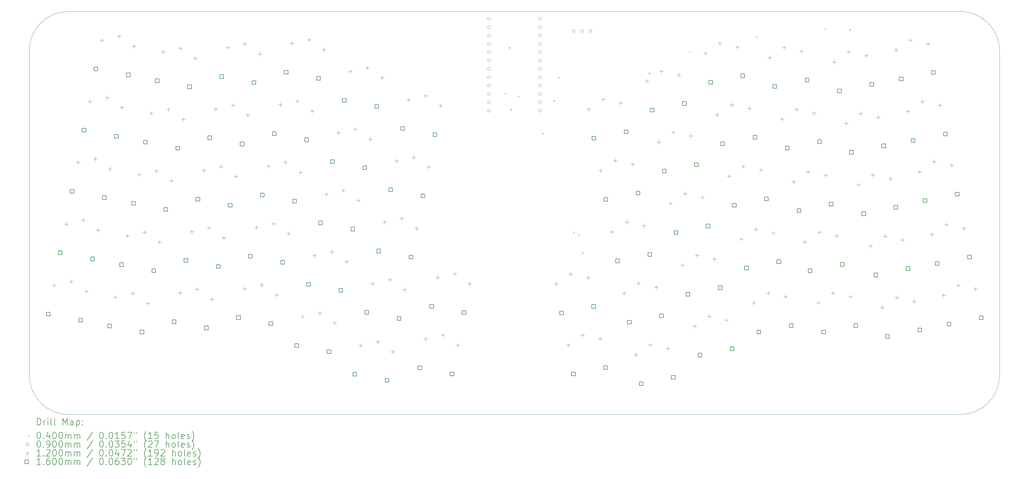
<source format=gbr>
%TF.GenerationSoftware,KiCad,Pcbnew,7.0.1-0*%
%TF.CreationDate,2024-04-28T15:56:18-07:00*%
%TF.ProjectId,swing-atreus,7377696e-672d-4617-9472-6575732e6b69,rev?*%
%TF.SameCoordinates,Original*%
%TF.FileFunction,Drillmap*%
%TF.FilePolarity,Positive*%
%FSLAX45Y45*%
G04 Gerber Fmt 4.5, Leading zero omitted, Abs format (unit mm)*
G04 Created by KiCad (PCBNEW 7.0.1-0) date 2024-04-28 15:56:18*
%MOMM*%
%LPD*%
G01*
G04 APERTURE LIST*
%ADD10C,0.050000*%
%ADD11C,0.200000*%
%ADD12C,0.040000*%
%ADD13C,0.090000*%
%ADD14C,0.120000*%
%ADD15C,0.160000*%
G04 APERTURE END LIST*
D10*
X7821472Y-5968972D02*
G75*
G03*
X6621472Y-7168972I0J-1200000D01*
G01*
X36138972Y-7168972D02*
G75*
G03*
X34938972Y-5968972I-1200000J0D01*
G01*
X7821472Y-5968972D02*
X34938972Y-5968972D01*
X6621472Y-17031472D02*
G75*
G03*
X7821472Y-18231472I1200000J0D01*
G01*
X6621472Y-17031472D02*
X6621472Y-7168972D01*
X34938972Y-18231472D02*
G75*
G03*
X36138972Y-17031472I0J1200000D01*
G01*
X36138972Y-7168972D02*
X36138972Y-17031472D01*
X34938972Y-18231472D02*
X7821472Y-18231472D01*
D11*
D12*
X21081250Y-8443750D02*
X21121250Y-8483750D01*
X21121250Y-8443750D02*
X21081250Y-8483750D01*
X21207500Y-7052500D02*
X21247500Y-7092500D01*
X21247500Y-7052500D02*
X21207500Y-7092500D01*
X21257500Y-8930000D02*
X21297500Y-8970000D01*
X21297500Y-8930000D02*
X21257500Y-8970000D01*
X21480050Y-8536880D02*
X21520050Y-8576880D01*
X21520050Y-8536880D02*
X21480050Y-8576880D01*
X22215000Y-9662500D02*
X22255000Y-9702500D01*
X22255000Y-9662500D02*
X22215000Y-9702500D01*
X22570000Y-8662500D02*
X22610000Y-8702500D01*
X22610000Y-8662500D02*
X22570000Y-8702500D01*
X22707500Y-7960000D02*
X22747500Y-8000000D01*
X22747500Y-7960000D02*
X22707500Y-8000000D01*
X23168750Y-12666250D02*
X23208750Y-12706250D01*
X23208750Y-12666250D02*
X23168750Y-12706250D01*
X23330000Y-12750000D02*
X23370000Y-12790000D01*
X23370000Y-12750000D02*
X23330000Y-12790000D01*
X23427500Y-13297500D02*
X23467500Y-13337500D01*
X23467500Y-13297500D02*
X23427500Y-13337500D01*
X25465000Y-7830000D02*
X25505000Y-7870000D01*
X25505000Y-7830000D02*
X25465000Y-7870000D01*
X26685000Y-7167500D02*
X26725000Y-7207500D01*
X26725000Y-7167500D02*
X26685000Y-7207500D01*
X28730000Y-6730000D02*
X28770000Y-6770000D01*
X28770000Y-6730000D02*
X28730000Y-6770000D01*
X30817500Y-6482500D02*
X30857500Y-6522500D01*
X30857500Y-6482500D02*
X30817500Y-6522500D01*
X31570000Y-6505000D02*
X31610000Y-6545000D01*
X31610000Y-6505000D02*
X31570000Y-6545000D01*
D13*
X20652500Y-6192000D02*
G75*
G03*
X20652500Y-6192000I-45000J0D01*
G01*
X20652500Y-6446000D02*
G75*
G03*
X20652500Y-6446000I-45000J0D01*
G01*
X20652500Y-6700000D02*
G75*
G03*
X20652500Y-6700000I-45000J0D01*
G01*
X20652500Y-6954000D02*
G75*
G03*
X20652500Y-6954000I-45000J0D01*
G01*
X20652500Y-7208000D02*
G75*
G03*
X20652500Y-7208000I-45000J0D01*
G01*
X20652500Y-7462000D02*
G75*
G03*
X20652500Y-7462000I-45000J0D01*
G01*
X20652500Y-7716000D02*
G75*
G03*
X20652500Y-7716000I-45000J0D01*
G01*
X20652500Y-7970000D02*
G75*
G03*
X20652500Y-7970000I-45000J0D01*
G01*
X20652500Y-8224000D02*
G75*
G03*
X20652500Y-8224000I-45000J0D01*
G01*
X20652500Y-8478000D02*
G75*
G03*
X20652500Y-8478000I-45000J0D01*
G01*
X20652500Y-8732000D02*
G75*
G03*
X20652500Y-8732000I-45000J0D01*
G01*
X20652500Y-8986000D02*
G75*
G03*
X20652500Y-8986000I-45000J0D01*
G01*
X22202500Y-6192000D02*
G75*
G03*
X22202500Y-6192000I-45000J0D01*
G01*
X22202500Y-6446000D02*
G75*
G03*
X22202500Y-6446000I-45000J0D01*
G01*
X22202500Y-6700000D02*
G75*
G03*
X22202500Y-6700000I-45000J0D01*
G01*
X22202500Y-6954000D02*
G75*
G03*
X22202500Y-6954000I-45000J0D01*
G01*
X22202500Y-7208000D02*
G75*
G03*
X22202500Y-7208000I-45000J0D01*
G01*
X22202500Y-7462000D02*
G75*
G03*
X22202500Y-7462000I-45000J0D01*
G01*
X22202500Y-7716000D02*
G75*
G03*
X22202500Y-7716000I-45000J0D01*
G01*
X22202500Y-7970000D02*
G75*
G03*
X22202500Y-7970000I-45000J0D01*
G01*
X22202500Y-8224000D02*
G75*
G03*
X22202500Y-8224000I-45000J0D01*
G01*
X22202500Y-8478000D02*
G75*
G03*
X22202500Y-8478000I-45000J0D01*
G01*
X22202500Y-8732000D02*
G75*
G03*
X22202500Y-8732000I-45000J0D01*
G01*
X22202500Y-8986000D02*
G75*
G03*
X22202500Y-8986000I-45000J0D01*
G01*
X23228500Y-6560250D02*
G75*
G03*
X23228500Y-6560250I-45000J0D01*
G01*
X23482500Y-6560250D02*
G75*
G03*
X23482500Y-6560250I-45000J0D01*
G01*
X23736500Y-6560250D02*
G75*
G03*
X23736500Y-6560250I-45000J0D01*
G01*
D14*
X7382128Y-14237102D02*
X7382128Y-14357102D01*
X7322128Y-14297102D02*
X7442128Y-14297102D01*
X7744665Y-12372010D02*
X7744665Y-12492010D01*
X7684665Y-12432010D02*
X7804665Y-12432010D01*
X7903196Y-14124457D02*
X7903196Y-14244457D01*
X7843196Y-14184457D02*
X7963196Y-14184457D01*
X8107203Y-10506919D02*
X8107203Y-10626919D01*
X8047203Y-10566919D02*
X8167203Y-10566919D01*
X8265733Y-12259365D02*
X8265733Y-12379365D01*
X8205733Y-12319365D02*
X8325733Y-12319365D01*
X8353939Y-14426003D02*
X8353939Y-14546003D01*
X8293939Y-14486003D02*
X8413939Y-14486003D01*
X8469740Y-8641827D02*
X8469740Y-8761827D01*
X8409740Y-8701827D02*
X8529740Y-8701827D01*
X8628270Y-10394273D02*
X8628270Y-10514273D01*
X8568270Y-10454273D02*
X8688270Y-10454273D01*
X8716476Y-12560911D02*
X8716476Y-12680911D01*
X8656476Y-12620911D02*
X8776476Y-12620911D01*
X8832277Y-6776735D02*
X8832277Y-6896735D01*
X8772277Y-6836735D02*
X8892277Y-6836735D01*
X8990807Y-8529182D02*
X8990807Y-8649182D01*
X8930807Y-8589182D02*
X9050807Y-8589182D01*
X9079014Y-10695820D02*
X9079014Y-10815820D01*
X9019014Y-10755820D02*
X9139014Y-10755820D01*
X9247220Y-14599639D02*
X9247220Y-14719639D01*
X9187220Y-14659639D02*
X9307220Y-14659639D01*
X9353344Y-6664090D02*
X9353344Y-6784090D01*
X9293344Y-6724090D02*
X9413344Y-6724090D01*
X9441551Y-8830728D02*
X9441551Y-8950728D01*
X9381551Y-8890728D02*
X9501551Y-8890728D01*
X9609757Y-12734547D02*
X9609757Y-12854547D01*
X9549757Y-12794547D02*
X9669757Y-12794547D01*
X9768287Y-14486994D02*
X9768287Y-14606994D01*
X9708287Y-14546994D02*
X9828287Y-14546994D01*
X9804088Y-6965636D02*
X9804088Y-7085636D01*
X9744088Y-7025636D02*
X9864088Y-7025636D01*
X9972294Y-10869456D02*
X9972294Y-10989456D01*
X9912294Y-10929456D02*
X10032294Y-10929456D01*
X10130824Y-12621902D02*
X10130824Y-12741902D01*
X10070824Y-12681902D02*
X10190824Y-12681902D01*
X10219031Y-14788540D02*
X10219031Y-14908540D01*
X10159031Y-14848540D02*
X10279031Y-14848540D01*
X10334831Y-9004364D02*
X10334831Y-9124364D01*
X10274831Y-9064364D02*
X10394831Y-9064364D01*
X10493361Y-10756811D02*
X10493361Y-10876811D01*
X10433361Y-10816811D02*
X10553361Y-10816811D01*
X10581568Y-12923448D02*
X10581568Y-13043448D01*
X10521568Y-12983448D02*
X10641568Y-12983448D01*
X10697368Y-7139272D02*
X10697368Y-7259272D01*
X10637368Y-7199272D02*
X10757368Y-7199272D01*
X10855899Y-8891719D02*
X10855899Y-9011719D01*
X10795899Y-8951719D02*
X10915899Y-8951719D01*
X10944105Y-11058357D02*
X10944105Y-11178357D01*
X10884105Y-11118357D02*
X11004105Y-11118357D01*
X11207716Y-14471363D02*
X11207716Y-14591363D01*
X11147716Y-14531363D02*
X11267716Y-14531363D01*
X11218436Y-7026627D02*
X11218436Y-7146627D01*
X11158436Y-7086627D02*
X11278436Y-7086627D01*
X11306642Y-9193265D02*
X11306642Y-9313265D01*
X11246642Y-9253265D02*
X11366642Y-9253265D01*
X11570253Y-12606271D02*
X11570253Y-12726271D01*
X11510253Y-12666271D02*
X11630253Y-12666271D01*
X11669179Y-7328173D02*
X11669179Y-7448173D01*
X11609179Y-7388173D02*
X11729179Y-7388173D01*
X11728783Y-14358717D02*
X11728783Y-14478717D01*
X11668783Y-14418717D02*
X11788783Y-14418717D01*
X11932790Y-10741179D02*
X11932790Y-10861179D01*
X11872790Y-10801179D02*
X11992790Y-10801179D01*
X12091320Y-12493626D02*
X12091320Y-12613626D01*
X12031320Y-12553626D02*
X12151320Y-12553626D01*
X12179527Y-14660263D02*
X12179527Y-14780263D01*
X12119527Y-14720263D02*
X12239527Y-14720263D01*
X12295327Y-8876088D02*
X12295327Y-8996088D01*
X12235327Y-8936088D02*
X12355327Y-8936088D01*
X12453858Y-10628534D02*
X12453858Y-10748534D01*
X12393858Y-10688534D02*
X12513858Y-10688534D01*
X12542064Y-12795172D02*
X12542064Y-12915172D01*
X12482064Y-12855172D02*
X12602064Y-12855172D01*
X12657864Y-7010996D02*
X12657864Y-7130996D01*
X12597864Y-7070996D02*
X12717864Y-7070996D01*
X12816395Y-8763442D02*
X12816395Y-8883442D01*
X12756395Y-8823442D02*
X12876395Y-8823442D01*
X12904601Y-10930080D02*
X12904601Y-11050080D01*
X12844601Y-10990080D02*
X12964601Y-10990080D01*
X13168212Y-14343086D02*
X13168212Y-14463086D01*
X13108212Y-14403086D02*
X13228212Y-14403086D01*
X13178932Y-6898351D02*
X13178932Y-7018351D01*
X13118932Y-6958351D02*
X13238932Y-6958351D01*
X13267138Y-9064989D02*
X13267138Y-9184989D01*
X13207138Y-9124989D02*
X13327138Y-9124989D01*
X13530749Y-12477994D02*
X13530749Y-12597994D01*
X13470749Y-12537994D02*
X13590749Y-12537994D01*
X13629675Y-7199897D02*
X13629675Y-7319897D01*
X13569675Y-7259897D02*
X13689675Y-7259897D01*
X13689279Y-14230441D02*
X13689279Y-14350441D01*
X13629279Y-14290441D02*
X13749279Y-14290441D01*
X13893286Y-10612903D02*
X13893286Y-10732903D01*
X13833286Y-10672903D02*
X13953286Y-10672903D01*
X14051817Y-12365349D02*
X14051817Y-12485349D01*
X13991817Y-12425349D02*
X14111817Y-12425349D01*
X14140023Y-14531987D02*
X14140023Y-14651987D01*
X14080023Y-14591987D02*
X14200023Y-14591987D01*
X14255824Y-8747811D02*
X14255824Y-8867811D01*
X14195824Y-8807811D02*
X14315824Y-8807811D01*
X14414354Y-10500258D02*
X14414354Y-10620258D01*
X14354354Y-10560258D02*
X14474354Y-10560258D01*
X14502560Y-12666895D02*
X14502560Y-12786895D01*
X14442560Y-12726895D02*
X14562560Y-12726895D01*
X14618361Y-6882719D02*
X14618361Y-7002719D01*
X14558361Y-6942719D02*
X14678361Y-6942719D01*
X14776891Y-8635166D02*
X14776891Y-8755166D01*
X14716891Y-8695166D02*
X14836891Y-8695166D01*
X14865097Y-10801804D02*
X14865097Y-10921804D01*
X14805097Y-10861804D02*
X14925097Y-10861804D01*
X14937899Y-15196437D02*
X14937899Y-15316437D01*
X14877899Y-15256437D02*
X14997899Y-15256437D01*
X15139428Y-6770074D02*
X15139428Y-6890074D01*
X15079428Y-6830074D02*
X15199428Y-6830074D01*
X15227634Y-8936712D02*
X15227634Y-9056712D01*
X15167634Y-8996712D02*
X15287634Y-8996712D01*
X15300437Y-13331345D02*
X15300437Y-13451345D01*
X15240437Y-13391345D02*
X15360437Y-13391345D01*
X15458967Y-15083791D02*
X15458967Y-15203791D01*
X15398967Y-15143791D02*
X15518967Y-15143791D01*
X15590172Y-7071620D02*
X15590172Y-7191620D01*
X15530172Y-7131620D02*
X15650172Y-7131620D01*
X15662974Y-11466253D02*
X15662974Y-11586253D01*
X15602974Y-11526253D02*
X15722974Y-11526253D01*
X15821504Y-13218700D02*
X15821504Y-13338700D01*
X15761504Y-13278700D02*
X15881504Y-13278700D01*
X15909710Y-15385338D02*
X15909710Y-15505338D01*
X15849710Y-15445338D02*
X15969710Y-15445338D01*
X16025511Y-9601162D02*
X16025511Y-9721162D01*
X15965511Y-9661162D02*
X16085511Y-9661162D01*
X16184041Y-11353608D02*
X16184041Y-11473608D01*
X16124041Y-11413608D02*
X16244041Y-11413608D01*
X16272247Y-13520246D02*
X16272247Y-13640246D01*
X16212247Y-13580246D02*
X16332247Y-13580246D01*
X16388048Y-7736070D02*
X16388048Y-7856070D01*
X16328048Y-7796070D02*
X16448048Y-7796070D01*
X16546578Y-9488517D02*
X16546578Y-9608517D01*
X16486578Y-9548517D02*
X16606578Y-9548517D01*
X16634784Y-11655154D02*
X16634784Y-11775154D01*
X16574784Y-11715154D02*
X16694784Y-11715154D01*
X16703770Y-16069420D02*
X16703770Y-16189420D01*
X16643770Y-16129420D02*
X16763770Y-16129420D01*
X16909115Y-7623425D02*
X16909115Y-7743425D01*
X16849115Y-7683425D02*
X16969115Y-7683425D01*
X16997322Y-9790063D02*
X16997322Y-9910063D01*
X16937322Y-9850063D02*
X17057322Y-9850063D01*
X17070124Y-14184696D02*
X17070124Y-14304696D01*
X17010124Y-14244696D02*
X17130124Y-14244696D01*
X17224838Y-15956775D02*
X17224838Y-16076775D01*
X17164838Y-16016775D02*
X17284838Y-16016775D01*
X17359859Y-7924971D02*
X17359859Y-8044971D01*
X17299859Y-7984971D02*
X17419859Y-7984971D01*
X17432661Y-12319604D02*
X17432661Y-12439604D01*
X17372661Y-12379604D02*
X17492661Y-12379604D01*
X17591191Y-14072050D02*
X17591191Y-14192050D01*
X17531191Y-14132050D02*
X17651191Y-14132050D01*
X17675581Y-16258321D02*
X17675581Y-16378321D01*
X17615581Y-16318321D02*
X17735581Y-16318321D01*
X17795198Y-10454513D02*
X17795198Y-10574513D01*
X17735198Y-10514513D02*
X17855198Y-10514513D01*
X17953728Y-12206959D02*
X17953728Y-12326959D01*
X17893728Y-12266959D02*
X18013728Y-12266959D01*
X18041935Y-14373597D02*
X18041935Y-14493597D01*
X17981935Y-14433597D02*
X18101935Y-14433597D01*
X18157735Y-8589421D02*
X18157735Y-8709421D01*
X18097735Y-8649421D02*
X18217735Y-8649421D01*
X18316265Y-10341867D02*
X18316265Y-10461867D01*
X18256265Y-10401867D02*
X18376265Y-10401867D01*
X18404472Y-12508505D02*
X18404472Y-12628505D01*
X18344472Y-12568505D02*
X18464472Y-12568505D01*
X18678802Y-8476776D02*
X18678802Y-8596776D01*
X18618802Y-8536776D02*
X18738802Y-8536776D01*
X18680554Y-15870452D02*
X18680554Y-15990452D01*
X18620554Y-15930452D02*
X18740554Y-15930452D01*
X18767009Y-10643413D02*
X18767009Y-10763413D01*
X18707009Y-10703413D02*
X18827009Y-10703413D01*
X19043568Y-14002907D02*
X19043568Y-14122907D01*
X18983568Y-14062907D02*
X19103568Y-14062907D01*
X19129546Y-8778322D02*
X19129546Y-8898322D01*
X19069546Y-8838322D02*
X19189546Y-8838322D01*
X19201622Y-15757807D02*
X19201622Y-15877807D01*
X19141622Y-15817807D02*
X19261622Y-15817807D01*
X19564636Y-13890261D02*
X19564636Y-14010261D01*
X19504636Y-13950261D02*
X19624636Y-13950261D01*
X19652365Y-16059353D02*
X19652365Y-16179353D01*
X19592365Y-16119353D02*
X19712365Y-16119353D01*
X20015379Y-14191808D02*
X20015379Y-14311808D01*
X19955379Y-14251808D02*
X20075379Y-14251808D01*
X22651794Y-14198610D02*
X22651794Y-14318610D01*
X22591794Y-14258610D02*
X22711794Y-14258610D01*
X23012900Y-16056339D02*
X23012900Y-16176339D01*
X22952900Y-16116339D02*
X23072900Y-16116339D01*
X23092722Y-13898972D02*
X23092722Y-14018972D01*
X23032722Y-13958972D02*
X23152722Y-13958972D01*
X23453828Y-15756701D02*
X23453828Y-15876701D01*
X23393828Y-15816701D02*
X23513828Y-15816701D01*
X23623605Y-14009709D02*
X23623605Y-14129709D01*
X23563605Y-14069709D02*
X23683605Y-14069709D01*
X23635647Y-8883223D02*
X23635647Y-9003223D01*
X23575647Y-8943223D02*
X23695647Y-8943223D01*
X23984711Y-15867438D02*
X23984711Y-15987438D01*
X23924711Y-15927438D02*
X24044711Y-15927438D01*
X24000638Y-10747838D02*
X24000638Y-10867838D01*
X23940638Y-10807838D02*
X24060638Y-10807838D01*
X24076574Y-8583585D02*
X24076574Y-8703585D01*
X24016574Y-8643585D02*
X24136574Y-8643585D01*
X24355813Y-12614361D02*
X24355813Y-12734361D01*
X24295813Y-12674361D02*
X24415813Y-12674361D01*
X24441566Y-10448200D02*
X24441566Y-10568200D01*
X24381566Y-10508200D02*
X24501566Y-10508200D01*
X24607458Y-8694323D02*
X24607458Y-8814323D01*
X24547458Y-8754323D02*
X24667458Y-8754323D01*
X24713919Y-14482860D02*
X24713919Y-14602860D01*
X24653919Y-14542860D02*
X24773919Y-14542860D01*
X24796740Y-12314723D02*
X24796740Y-12434723D01*
X24736740Y-12374723D02*
X24856740Y-12374723D01*
X24972449Y-10558937D02*
X24972449Y-10678937D01*
X24912449Y-10618937D02*
X25032449Y-10618937D01*
X25072025Y-16351360D02*
X25072025Y-16471360D01*
X25012025Y-16411360D02*
X25132025Y-16411360D01*
X25154846Y-14183222D02*
X25154846Y-14303222D01*
X25094846Y-14243222D02*
X25214846Y-14243222D01*
X25327624Y-12425460D02*
X25327624Y-12545460D01*
X25267624Y-12485460D02*
X25387624Y-12485460D01*
X25409765Y-8026465D02*
X25409765Y-8146465D01*
X25349765Y-8086465D02*
X25469765Y-8086465D01*
X25512952Y-16051722D02*
X25512952Y-16171722D01*
X25452952Y-16111722D02*
X25572952Y-16111722D01*
X25685730Y-14293960D02*
X25685730Y-14413960D01*
X25625730Y-14353960D02*
X25745730Y-14353960D01*
X25775779Y-9883240D02*
X25775779Y-10003240D01*
X25715779Y-9943240D02*
X25835779Y-9943240D01*
X25850693Y-7726826D02*
X25850693Y-7846826D01*
X25790693Y-7786826D02*
X25910693Y-7786826D01*
X26043836Y-16162459D02*
X26043836Y-16282459D01*
X25983836Y-16222459D02*
X26103836Y-16222459D01*
X26131431Y-11752217D02*
X26131431Y-11872217D01*
X26071431Y-11812217D02*
X26191431Y-11812217D01*
X26216707Y-9583602D02*
X26216707Y-9703602D01*
X26156707Y-9643602D02*
X26276707Y-9643602D01*
X26381576Y-7837564D02*
X26381576Y-7957564D01*
X26321576Y-7897564D02*
X26441576Y-7897564D01*
X26496354Y-13629579D02*
X26496354Y-13749579D01*
X26436354Y-13689579D02*
X26556354Y-13689579D01*
X26572359Y-11452579D02*
X26572359Y-11572579D01*
X26512359Y-11512579D02*
X26632359Y-11512579D01*
X26747590Y-9694339D02*
X26747590Y-9814339D01*
X26687590Y-9754339D02*
X26807590Y-9754339D01*
X26861891Y-15483900D02*
X26861891Y-15603900D01*
X26801891Y-15543900D02*
X26921891Y-15543900D01*
X26937281Y-13329941D02*
X26937281Y-13449941D01*
X26877281Y-13389941D02*
X26997281Y-13389941D01*
X27103242Y-11563316D02*
X27103242Y-11683316D01*
X27043242Y-11623316D02*
X27163242Y-11623316D01*
X27185792Y-7179522D02*
X27185792Y-7299522D01*
X27125792Y-7239522D02*
X27245792Y-7239522D01*
X27302818Y-15184262D02*
X27302818Y-15304262D01*
X27242818Y-15244262D02*
X27362818Y-15244262D01*
X27468164Y-13440678D02*
X27468164Y-13560678D01*
X27408164Y-13500678D02*
X27528164Y-13500678D01*
X27554668Y-9051022D02*
X27554668Y-9171022D01*
X27494668Y-9111022D02*
X27614668Y-9111022D01*
X27626719Y-6879884D02*
X27626719Y-6999884D01*
X27566719Y-6939884D02*
X27686719Y-6939884D01*
X27833702Y-15294999D02*
X27833702Y-15414999D01*
X27773702Y-15354999D02*
X27893702Y-15354999D01*
X27905889Y-10923407D02*
X27905889Y-11043407D01*
X27845889Y-10983407D02*
X27965889Y-10983407D01*
X27995595Y-8751384D02*
X27995595Y-8871384D01*
X27935595Y-8811384D02*
X28055595Y-8811384D01*
X28157603Y-6990621D02*
X28157603Y-7110621D01*
X28097603Y-7050621D02*
X28217603Y-7050621D01*
X28279943Y-12834649D02*
X28279943Y-12954649D01*
X28219943Y-12894649D02*
X28339943Y-12894649D01*
X28346816Y-10623769D02*
X28346816Y-10743769D01*
X28286816Y-10683769D02*
X28406816Y-10683769D01*
X28526479Y-8862121D02*
X28526479Y-8982121D01*
X28466479Y-8922121D02*
X28586479Y-8922121D01*
X28657268Y-14775816D02*
X28657268Y-14895816D01*
X28597268Y-14835816D02*
X28717268Y-14835816D01*
X28720871Y-12535011D02*
X28720871Y-12655011D01*
X28660871Y-12595011D02*
X28780871Y-12595011D01*
X28877700Y-10734506D02*
X28877700Y-10854506D01*
X28817700Y-10794506D02*
X28937700Y-10794506D01*
X29098196Y-14476178D02*
X29098196Y-14596178D01*
X29038196Y-14536178D02*
X29158196Y-14536178D01*
X29138926Y-7309230D02*
X29138926Y-7429230D01*
X29078926Y-7369230D02*
X29198926Y-7369230D01*
X29251754Y-12645748D02*
X29251754Y-12765748D01*
X29191754Y-12705748D02*
X29311754Y-12705748D01*
X29521503Y-9185707D02*
X29521503Y-9305707D01*
X29461503Y-9245707D02*
X29581503Y-9245707D01*
X29579853Y-7009592D02*
X29579853Y-7129592D01*
X29519853Y-7069592D02*
X29639853Y-7069592D01*
X29629079Y-14586916D02*
X29629079Y-14706916D01*
X29569079Y-14646916D02*
X29689079Y-14646916D01*
X29873063Y-11086040D02*
X29873063Y-11206040D01*
X29813063Y-11146040D02*
X29933063Y-11146040D01*
X29962431Y-8886069D02*
X29962431Y-9006069D01*
X29902431Y-8946069D02*
X30022431Y-8946069D01*
X30110737Y-7120329D02*
X30110737Y-7240329D01*
X30050737Y-7180329D02*
X30170737Y-7180329D01*
X30214198Y-12919637D02*
X30214198Y-13039637D01*
X30154198Y-12979637D02*
X30274198Y-12979637D01*
X30313991Y-10786402D02*
X30313991Y-10906402D01*
X30253991Y-10846402D02*
X30373991Y-10846402D01*
X30493314Y-8996806D02*
X30493314Y-9116806D01*
X30433314Y-9056806D02*
X30553314Y-9056806D01*
X30623362Y-14775665D02*
X30623362Y-14895665D01*
X30563362Y-14835665D02*
X30683362Y-14835665D01*
X30655125Y-12619999D02*
X30655125Y-12739999D01*
X30595125Y-12679999D02*
X30715125Y-12679999D01*
X30844874Y-10897139D02*
X30844874Y-11017139D01*
X30784874Y-10957139D02*
X30904874Y-10957139D01*
X31064289Y-14476027D02*
X31064289Y-14596027D01*
X31004289Y-14536027D02*
X31124289Y-14536027D01*
X31108692Y-7445891D02*
X31108692Y-7565891D01*
X31048692Y-7505891D02*
X31168692Y-7505891D01*
X31186008Y-12730736D02*
X31186008Y-12850736D01*
X31126008Y-12790736D02*
X31246008Y-12790736D01*
X31471229Y-9310983D02*
X31471229Y-9430983D01*
X31411229Y-9370983D02*
X31531229Y-9370983D01*
X31549619Y-7146253D02*
X31549619Y-7266253D01*
X31489619Y-7206253D02*
X31609619Y-7206253D01*
X31595173Y-14586764D02*
X31595173Y-14706764D01*
X31535173Y-14646764D02*
X31655173Y-14646764D01*
X31842560Y-11182006D02*
X31842560Y-11302006D01*
X31782560Y-11242006D02*
X31902560Y-11242006D01*
X31912157Y-9011345D02*
X31912157Y-9131345D01*
X31852157Y-9071345D02*
X31972157Y-9071345D01*
X32080503Y-7256990D02*
X32080503Y-7376990D01*
X32020503Y-7316990D02*
X32140503Y-7316990D01*
X32212459Y-13045666D02*
X32212459Y-13165666D01*
X32152459Y-13105666D02*
X32272459Y-13105666D01*
X32283487Y-10882368D02*
X32283487Y-11002368D01*
X32223487Y-10942368D02*
X32343487Y-10942368D01*
X32443040Y-9122082D02*
X32443040Y-9242082D01*
X32383040Y-9182082D02*
X32503040Y-9182082D01*
X32567634Y-14912189D02*
X32567634Y-15032189D01*
X32507634Y-14972189D02*
X32627634Y-14972189D01*
X32653386Y-12746028D02*
X32653386Y-12866028D01*
X32593386Y-12806028D02*
X32713386Y-12806028D01*
X32814370Y-10993105D02*
X32814370Y-11113105D01*
X32754370Y-11053105D02*
X32874370Y-11053105D01*
X32986054Y-7080969D02*
X32986054Y-7200969D01*
X32926054Y-7140969D02*
X33046054Y-7140969D01*
X33008561Y-14612551D02*
X33008561Y-14732551D01*
X32948561Y-14672551D02*
X33068561Y-14672551D01*
X33184270Y-12856765D02*
X33184270Y-12976765D01*
X33124270Y-12916765D02*
X33244270Y-12916765D01*
X33347091Y-8951446D02*
X33347091Y-9071446D01*
X33287091Y-9011446D02*
X33407091Y-9011446D01*
X33426981Y-6781331D02*
X33426981Y-6901331D01*
X33366981Y-6841331D02*
X33486981Y-6841331D01*
X33539445Y-14723288D02*
X33539445Y-14843288D01*
X33479445Y-14783288D02*
X33599445Y-14783288D01*
X33707858Y-10781227D02*
X33707858Y-10901227D01*
X33647858Y-10841227D02*
X33767858Y-10841227D01*
X33788019Y-8651808D02*
X33788019Y-8771808D01*
X33728019Y-8711808D02*
X33848019Y-8711808D01*
X33957865Y-6892068D02*
X33957865Y-7012068D01*
X33897865Y-6952068D02*
X34017865Y-6952068D01*
X34079459Y-12692946D02*
X34079459Y-12812946D01*
X34019459Y-12752946D02*
X34139459Y-12752946D01*
X34148786Y-10481589D02*
X34148786Y-10601589D01*
X34088786Y-10541589D02*
X34208786Y-10541589D01*
X34318902Y-8762545D02*
X34318902Y-8882545D01*
X34258902Y-8822545D02*
X34378902Y-8822545D01*
X34438657Y-14540859D02*
X34438657Y-14660859D01*
X34378657Y-14600859D02*
X34498657Y-14600859D01*
X34520386Y-12393307D02*
X34520386Y-12513307D01*
X34460386Y-12453307D02*
X34580386Y-12453307D01*
X34679669Y-10592326D02*
X34679669Y-10712326D01*
X34619669Y-10652326D02*
X34739669Y-10652326D01*
X34879584Y-14241221D02*
X34879584Y-14361221D01*
X34819584Y-14301221D02*
X34939584Y-14301221D01*
X35051270Y-12504045D02*
X35051270Y-12624045D01*
X34991270Y-12564045D02*
X35111270Y-12564045D01*
X35410467Y-14351958D02*
X35410467Y-14471958D01*
X35350467Y-14411958D02*
X35470467Y-14411958D01*
D15*
X7258107Y-15230319D02*
X7258107Y-15117181D01*
X7144969Y-15117181D01*
X7144969Y-15230319D01*
X7258107Y-15230319D01*
X7620644Y-13365228D02*
X7620644Y-13252089D01*
X7507506Y-13252089D01*
X7507506Y-13365228D01*
X7620644Y-13365228D01*
X7983181Y-11500136D02*
X7983181Y-11386998D01*
X7870043Y-11386998D01*
X7870043Y-11500136D01*
X7983181Y-11500136D01*
X8240688Y-15416220D02*
X8240688Y-15303082D01*
X8127550Y-15303082D01*
X8127550Y-15416220D01*
X8240688Y-15416220D01*
X8345718Y-9635044D02*
X8345718Y-9521906D01*
X8232580Y-9521906D01*
X8232580Y-9635044D01*
X8345718Y-9635044D01*
X8603226Y-13551128D02*
X8603226Y-13437990D01*
X8490087Y-13437990D01*
X8490087Y-13551128D01*
X8603226Y-13551128D01*
X8708256Y-7769953D02*
X8708256Y-7656814D01*
X8595117Y-7656814D01*
X8595117Y-7769953D01*
X8708256Y-7769953D01*
X8965763Y-11686037D02*
X8965763Y-11572899D01*
X8852624Y-11572899D01*
X8852624Y-11686037D01*
X8965763Y-11686037D01*
X9123199Y-15592856D02*
X9123199Y-15479718D01*
X9010061Y-15479718D01*
X9010061Y-15592856D01*
X9123199Y-15592856D01*
X9328300Y-9820945D02*
X9328300Y-9707807D01*
X9215161Y-9707807D01*
X9215161Y-9820945D01*
X9328300Y-9820945D01*
X9485736Y-13727765D02*
X9485736Y-13614626D01*
X9372598Y-13614626D01*
X9372598Y-13727765D01*
X9485736Y-13727765D01*
X9690837Y-7955854D02*
X9690837Y-7842715D01*
X9577699Y-7842715D01*
X9577699Y-7955854D01*
X9690837Y-7955854D01*
X9848273Y-11862673D02*
X9848273Y-11749535D01*
X9735135Y-11749535D01*
X9735135Y-11862673D01*
X9848273Y-11862673D01*
X10105780Y-15778757D02*
X10105780Y-15665619D01*
X9992642Y-15665619D01*
X9992642Y-15778757D01*
X10105780Y-15778757D01*
X10210810Y-9997581D02*
X10210810Y-9884443D01*
X10097672Y-9884443D01*
X10097672Y-9997581D01*
X10210810Y-9997581D01*
X10468317Y-13913666D02*
X10468317Y-13800527D01*
X10355179Y-13800527D01*
X10355179Y-13913666D01*
X10468317Y-13913666D01*
X10573347Y-8132490D02*
X10573347Y-8019352D01*
X10460209Y-8019352D01*
X10460209Y-8132490D01*
X10573347Y-8132490D01*
X10830854Y-12048574D02*
X10830854Y-11935436D01*
X10717716Y-11935436D01*
X10717716Y-12048574D01*
X10830854Y-12048574D01*
X11083695Y-15464580D02*
X11083695Y-15351442D01*
X10970557Y-15351442D01*
X10970557Y-15464580D01*
X11083695Y-15464580D01*
X11193391Y-10183482D02*
X11193391Y-10070344D01*
X11080253Y-10070344D01*
X11080253Y-10183482D01*
X11193391Y-10183482D01*
X11446232Y-13599488D02*
X11446232Y-13486350D01*
X11333094Y-13486350D01*
X11333094Y-13599488D01*
X11446232Y-13599488D01*
X11555928Y-8318391D02*
X11555928Y-8205252D01*
X11442790Y-8205252D01*
X11442790Y-8318391D01*
X11555928Y-8318391D01*
X11808769Y-11734397D02*
X11808769Y-11621258D01*
X11695631Y-11621258D01*
X11695631Y-11734397D01*
X11808769Y-11734397D01*
X12066276Y-15650481D02*
X12066276Y-15537343D01*
X11953138Y-15537343D01*
X11953138Y-15650481D01*
X12066276Y-15650481D01*
X12171306Y-9869305D02*
X12171306Y-9756167D01*
X12058168Y-9756167D01*
X12058168Y-9869305D01*
X12171306Y-9869305D01*
X12428813Y-13785389D02*
X12428813Y-13672251D01*
X12315675Y-13672251D01*
X12315675Y-13785389D01*
X12428813Y-13785389D01*
X12533843Y-8004213D02*
X12533843Y-7891075D01*
X12420705Y-7891075D01*
X12420705Y-8004213D01*
X12533843Y-8004213D01*
X12791350Y-11920297D02*
X12791350Y-11807159D01*
X12678212Y-11807159D01*
X12678212Y-11920297D01*
X12791350Y-11920297D01*
X13044191Y-15336303D02*
X13044191Y-15223165D01*
X12931053Y-15223165D01*
X12931053Y-15336303D01*
X13044191Y-15336303D01*
X13153887Y-10055206D02*
X13153887Y-9942068D01*
X13040749Y-9942068D01*
X13040749Y-10055206D01*
X13153887Y-10055206D01*
X13406728Y-13471212D02*
X13406728Y-13358073D01*
X13293590Y-13358073D01*
X13293590Y-13471212D01*
X13406728Y-13471212D01*
X13516424Y-8190114D02*
X13516424Y-8076976D01*
X13403286Y-8076976D01*
X13403286Y-8190114D01*
X13516424Y-8190114D01*
X13769265Y-11606120D02*
X13769265Y-11492982D01*
X13656127Y-11492982D01*
X13656127Y-11606120D01*
X13769265Y-11606120D01*
X14026772Y-15522204D02*
X14026772Y-15409066D01*
X13913634Y-15409066D01*
X13913634Y-15522204D01*
X14026772Y-15522204D01*
X14131802Y-9741028D02*
X14131802Y-9627890D01*
X14018664Y-9627890D01*
X14018664Y-9741028D01*
X14131802Y-9741028D01*
X14389309Y-13657113D02*
X14389309Y-13543974D01*
X14276171Y-13543974D01*
X14276171Y-13657113D01*
X14389309Y-13657113D01*
X14494339Y-7875937D02*
X14494339Y-7762799D01*
X14381201Y-7762799D01*
X14381201Y-7875937D01*
X14494339Y-7875937D01*
X14751846Y-11792021D02*
X14751846Y-11678883D01*
X14638708Y-11678883D01*
X14638708Y-11792021D01*
X14751846Y-11792021D01*
X14813878Y-16189654D02*
X14813878Y-16076516D01*
X14700740Y-16076516D01*
X14700740Y-16189654D01*
X14813878Y-16189654D01*
X15114384Y-9926929D02*
X15114384Y-9813791D01*
X15001245Y-9813791D01*
X15001245Y-9926929D01*
X15114384Y-9926929D01*
X15176415Y-14324562D02*
X15176415Y-14211424D01*
X15063277Y-14211424D01*
X15063277Y-14324562D01*
X15176415Y-14324562D01*
X15476921Y-8061838D02*
X15476921Y-7948699D01*
X15363782Y-7948699D01*
X15363782Y-8061838D01*
X15476921Y-8061838D01*
X15538952Y-12459471D02*
X15538952Y-12346333D01*
X15425814Y-12346333D01*
X15425814Y-12459471D01*
X15538952Y-12459471D01*
X15796459Y-16375555D02*
X15796459Y-16262417D01*
X15683321Y-16262417D01*
X15683321Y-16375555D01*
X15796459Y-16375555D01*
X15901489Y-10594379D02*
X15901489Y-10481241D01*
X15788351Y-10481241D01*
X15788351Y-10594379D01*
X15901489Y-10594379D01*
X16158997Y-14510463D02*
X16158997Y-14397325D01*
X16045858Y-14397325D01*
X16045858Y-14510463D01*
X16158997Y-14510463D01*
X16264027Y-8729288D02*
X16264027Y-8616149D01*
X16150888Y-8616149D01*
X16150888Y-8729288D01*
X16264027Y-8729288D01*
X16521534Y-12645372D02*
X16521534Y-12532233D01*
X16408395Y-12532233D01*
X16408395Y-12645372D01*
X16521534Y-12645372D01*
X16579749Y-17062637D02*
X16579749Y-16949499D01*
X16466611Y-16949499D01*
X16466611Y-17062637D01*
X16579749Y-17062637D01*
X16884071Y-10780280D02*
X16884071Y-10667142D01*
X16770932Y-10667142D01*
X16770932Y-10780280D01*
X16884071Y-10780280D01*
X16946103Y-15177913D02*
X16946103Y-15064775D01*
X16832964Y-15064775D01*
X16832964Y-15177913D01*
X16946103Y-15177913D01*
X17246608Y-8915188D02*
X17246608Y-8802050D01*
X17133470Y-8802050D01*
X17133470Y-8915188D01*
X17246608Y-8915188D01*
X17308640Y-13312821D02*
X17308640Y-13199683D01*
X17195501Y-13199683D01*
X17195501Y-13312821D01*
X17308640Y-13312821D01*
X17562331Y-17248538D02*
X17562331Y-17135400D01*
X17449192Y-17135400D01*
X17449192Y-17248538D01*
X17562331Y-17248538D01*
X17671177Y-11447730D02*
X17671177Y-11334592D01*
X17558039Y-11334592D01*
X17558039Y-11447730D01*
X17671177Y-11447730D01*
X17928684Y-15363814D02*
X17928684Y-15250676D01*
X17815546Y-15250676D01*
X17815546Y-15363814D01*
X17928684Y-15363814D01*
X18033714Y-9582638D02*
X18033714Y-9469500D01*
X17920576Y-9469500D01*
X17920576Y-9582638D01*
X18033714Y-9582638D01*
X18291221Y-13498722D02*
X18291221Y-13385584D01*
X18178083Y-13385584D01*
X18178083Y-13498722D01*
X18291221Y-13498722D01*
X18556533Y-16863670D02*
X18556533Y-16750532D01*
X18443395Y-16750532D01*
X18443395Y-16863670D01*
X18556533Y-16863670D01*
X18653758Y-11633631D02*
X18653758Y-11520492D01*
X18540620Y-11520492D01*
X18540620Y-11633631D01*
X18653758Y-11633631D01*
X18919547Y-14996124D02*
X18919547Y-14882986D01*
X18806409Y-14882986D01*
X18806409Y-14996124D01*
X18919547Y-14996124D01*
X19016295Y-9768539D02*
X19016295Y-9655401D01*
X18903157Y-9655401D01*
X18903157Y-9768539D01*
X19016295Y-9768539D01*
X19539114Y-17049571D02*
X19539114Y-16936433D01*
X19425976Y-16936433D01*
X19425976Y-17049571D01*
X19539114Y-17049571D01*
X19902128Y-15182025D02*
X19902128Y-15068887D01*
X19788990Y-15068887D01*
X19788990Y-15182025D01*
X19902128Y-15182025D01*
X22869321Y-15195643D02*
X22869321Y-15082505D01*
X22756183Y-15082505D01*
X22756183Y-15195643D01*
X22869321Y-15195643D01*
X23230427Y-17053373D02*
X23230427Y-16940235D01*
X23117289Y-16940235D01*
X23117289Y-17053373D01*
X23230427Y-17053373D01*
X23849994Y-14999926D02*
X23849994Y-14886788D01*
X23736856Y-14886788D01*
X23736856Y-14999926D01*
X23849994Y-14999926D01*
X23853174Y-9880257D02*
X23853174Y-9767119D01*
X23740036Y-9767119D01*
X23740036Y-9880257D01*
X23853174Y-9880257D01*
X24211100Y-16857656D02*
X24211100Y-16744518D01*
X24097962Y-16744518D01*
X24097962Y-16857656D01*
X24211100Y-16857656D01*
X24218165Y-11744871D02*
X24218165Y-11631733D01*
X24105027Y-11631733D01*
X24105027Y-11744871D01*
X24218165Y-11744871D01*
X24573340Y-13611394D02*
X24573340Y-13498256D01*
X24460202Y-13498256D01*
X24460202Y-13611394D01*
X24573340Y-13611394D01*
X24833847Y-9684540D02*
X24833847Y-9571402D01*
X24720709Y-9571402D01*
X24720709Y-9684540D01*
X24833847Y-9684540D01*
X24931446Y-15479894D02*
X24931446Y-15366756D01*
X24818308Y-15366756D01*
X24818308Y-15479894D01*
X24931446Y-15479894D01*
X25198838Y-11549154D02*
X25198838Y-11436016D01*
X25085700Y-11436016D01*
X25085700Y-11549154D01*
X25198838Y-11549154D01*
X25289552Y-17348394D02*
X25289552Y-17235256D01*
X25176414Y-17235256D01*
X25176414Y-17348394D01*
X25289552Y-17348394D01*
X25554013Y-13415677D02*
X25554013Y-13302539D01*
X25440875Y-13302539D01*
X25440875Y-13415677D01*
X25554013Y-13415677D01*
X25627292Y-9023498D02*
X25627292Y-8910360D01*
X25514154Y-8910360D01*
X25514154Y-9023498D01*
X25627292Y-9023498D01*
X25912119Y-15284177D02*
X25912119Y-15171039D01*
X25798981Y-15171039D01*
X25798981Y-15284177D01*
X25912119Y-15284177D01*
X25993306Y-10880274D02*
X25993306Y-10767135D01*
X25880168Y-10767135D01*
X25880168Y-10880274D01*
X25993306Y-10880274D01*
X26270225Y-17152677D02*
X26270225Y-17039539D01*
X26157087Y-17039539D01*
X26157087Y-17152677D01*
X26270225Y-17152677D01*
X26348958Y-12749250D02*
X26348958Y-12636112D01*
X26235820Y-12636112D01*
X26235820Y-12749250D01*
X26348958Y-12749250D01*
X26607965Y-8827781D02*
X26607965Y-8714643D01*
X26494827Y-8714643D01*
X26494827Y-8827781D01*
X26607965Y-8827781D01*
X26713880Y-14626612D02*
X26713880Y-14513474D01*
X26600742Y-14513474D01*
X26600742Y-14626612D01*
X26713880Y-14626612D01*
X26973979Y-10684556D02*
X26973979Y-10571418D01*
X26860841Y-10571418D01*
X26860841Y-10684556D01*
X26973979Y-10684556D01*
X27079418Y-16480934D02*
X27079418Y-16367795D01*
X26966279Y-16367795D01*
X26966279Y-16480934D01*
X27079418Y-16480934D01*
X27329631Y-12553533D02*
X27329631Y-12440395D01*
X27216493Y-12440395D01*
X27216493Y-12553533D01*
X27329631Y-12553533D01*
X27403318Y-8176556D02*
X27403318Y-8063417D01*
X27290180Y-8063417D01*
X27290180Y-8176556D01*
X27403318Y-8176556D01*
X27694554Y-14430895D02*
X27694554Y-14317757D01*
X27581415Y-14317757D01*
X27581415Y-14430895D01*
X27694554Y-14430895D01*
X27772195Y-10048055D02*
X27772195Y-9934917D01*
X27659057Y-9934917D01*
X27659057Y-10048055D01*
X27772195Y-10048055D01*
X28060091Y-16285216D02*
X28060091Y-16172078D01*
X27946953Y-16172078D01*
X27946953Y-16285216D01*
X28060091Y-16285216D01*
X28123416Y-11920440D02*
X28123416Y-11807302D01*
X28010277Y-11807302D01*
X28010277Y-11920440D01*
X28123416Y-11920440D01*
X28383992Y-7980838D02*
X28383992Y-7867700D01*
X28270853Y-7867700D01*
X28270853Y-7980838D01*
X28383992Y-7980838D01*
X28497470Y-13831682D02*
X28497470Y-13718544D01*
X28384332Y-13718544D01*
X28384332Y-13831682D01*
X28497470Y-13831682D01*
X28752868Y-9852338D02*
X28752868Y-9739200D01*
X28639730Y-9739200D01*
X28639730Y-9852338D01*
X28752868Y-9852338D01*
X28874795Y-15772850D02*
X28874795Y-15659712D01*
X28761657Y-15659712D01*
X28761657Y-15772850D01*
X28874795Y-15772850D01*
X29104089Y-11724723D02*
X29104089Y-11611585D01*
X28990951Y-11611585D01*
X28990951Y-11724723D01*
X29104089Y-11724723D01*
X29356452Y-8306263D02*
X29356452Y-8193125D01*
X29243314Y-8193125D01*
X29243314Y-8306263D01*
X29356452Y-8306263D01*
X29478143Y-13635965D02*
X29478143Y-13522827D01*
X29365005Y-13522827D01*
X29365005Y-13635965D01*
X29478143Y-13635965D01*
X29739030Y-10182740D02*
X29739030Y-10069602D01*
X29625892Y-10069602D01*
X29625892Y-10182740D01*
X29739030Y-10182740D01*
X29855468Y-15577133D02*
X29855468Y-15463995D01*
X29742330Y-15463995D01*
X29742330Y-15577133D01*
X29855468Y-15577133D01*
X30090590Y-12083074D02*
X30090590Y-11969936D01*
X29977452Y-11969936D01*
X29977452Y-12083074D01*
X30090590Y-12083074D01*
X30337126Y-8110546D02*
X30337126Y-7997408D01*
X30223987Y-7997408D01*
X30223987Y-8110546D01*
X30337126Y-8110546D01*
X30431724Y-13916671D02*
X30431724Y-13803532D01*
X30318586Y-13803532D01*
X30318586Y-13916671D01*
X30431724Y-13916671D01*
X30719703Y-9987023D02*
X30719703Y-9873885D01*
X30606565Y-9873885D01*
X30606565Y-9987023D01*
X30719703Y-9987023D01*
X30840889Y-15772699D02*
X30840889Y-15659561D01*
X30727751Y-15659561D01*
X30727751Y-15772699D01*
X30840889Y-15772699D01*
X31071263Y-11887357D02*
X31071263Y-11774218D01*
X30958125Y-11774218D01*
X30958125Y-11887357D01*
X31071263Y-11887357D01*
X31326219Y-8442925D02*
X31326219Y-8329787D01*
X31213081Y-8329787D01*
X31213081Y-8442925D01*
X31326219Y-8442925D01*
X31412398Y-13720953D02*
X31412398Y-13607815D01*
X31299259Y-13607815D01*
X31299259Y-13720953D01*
X31412398Y-13720953D01*
X31688756Y-10308017D02*
X31688756Y-10194878D01*
X31575618Y-10194878D01*
X31575618Y-10308017D01*
X31688756Y-10308017D01*
X31821562Y-15576982D02*
X31821562Y-15463843D01*
X31708424Y-15463843D01*
X31708424Y-15576982D01*
X31821562Y-15576982D01*
X32060086Y-12179039D02*
X32060086Y-12065901D01*
X31946948Y-12065901D01*
X31946948Y-12179039D01*
X32060086Y-12179039D01*
X32306892Y-8247208D02*
X32306892Y-8134070D01*
X32193754Y-8134070D01*
X32193754Y-8247208D01*
X32306892Y-8247208D01*
X32429986Y-14042700D02*
X32429986Y-13929562D01*
X32316847Y-13929562D01*
X32316847Y-14042700D01*
X32429986Y-14042700D01*
X32669429Y-10112299D02*
X32669429Y-9999161D01*
X32556291Y-9999161D01*
X32556291Y-10112299D01*
X32669429Y-10112299D01*
X32785160Y-15909223D02*
X32785160Y-15796084D01*
X32672022Y-15796084D01*
X32672022Y-15909223D01*
X32785160Y-15909223D01*
X33040760Y-11983322D02*
X33040760Y-11870184D01*
X32927621Y-11870184D01*
X32927621Y-11983322D01*
X33040760Y-11983322D01*
X33203581Y-8078003D02*
X33203581Y-7964864D01*
X33090443Y-7964864D01*
X33090443Y-8078003D01*
X33203581Y-8078003D01*
X33410659Y-13846983D02*
X33410659Y-13733845D01*
X33297521Y-13733845D01*
X33297521Y-13846983D01*
X33410659Y-13846983D01*
X33564618Y-9948480D02*
X33564618Y-9835341D01*
X33451480Y-9835341D01*
X33451480Y-9948480D01*
X33564618Y-9948480D01*
X33765834Y-15713505D02*
X33765834Y-15600367D01*
X33652696Y-15600367D01*
X33652696Y-15713505D01*
X33765834Y-15713505D01*
X33925385Y-11778260D02*
X33925385Y-11665122D01*
X33812247Y-11665122D01*
X33812247Y-11778260D01*
X33925385Y-11778260D01*
X34184254Y-7882286D02*
X34184254Y-7769147D01*
X34071116Y-7769147D01*
X34071116Y-7882286D01*
X34184254Y-7882286D01*
X34296985Y-13689979D02*
X34296985Y-13576841D01*
X34183847Y-13576841D01*
X34183847Y-13689979D01*
X34296985Y-13689979D01*
X34545291Y-9752762D02*
X34545291Y-9639624D01*
X34432153Y-9639624D01*
X34432153Y-9752762D01*
X34545291Y-9752762D01*
X34656183Y-15537892D02*
X34656183Y-15424754D01*
X34543045Y-15424754D01*
X34543045Y-15537892D01*
X34656183Y-15537892D01*
X34906058Y-11582543D02*
X34906058Y-11469405D01*
X34792920Y-11469405D01*
X34792920Y-11582543D01*
X34906058Y-11582543D01*
X35277659Y-13494262D02*
X35277659Y-13381124D01*
X35164520Y-13381124D01*
X35164520Y-13494262D01*
X35277659Y-13494262D01*
X35636857Y-15342175D02*
X35636857Y-15229037D01*
X35523718Y-15229037D01*
X35523718Y-15342175D01*
X35636857Y-15342175D01*
D11*
X6866591Y-18546496D02*
X6866591Y-18346496D01*
X6866591Y-18346496D02*
X6914210Y-18346496D01*
X6914210Y-18346496D02*
X6942781Y-18356020D01*
X6942781Y-18356020D02*
X6961829Y-18375067D01*
X6961829Y-18375067D02*
X6971353Y-18394115D01*
X6971353Y-18394115D02*
X6980877Y-18432210D01*
X6980877Y-18432210D02*
X6980877Y-18460781D01*
X6980877Y-18460781D02*
X6971353Y-18498877D01*
X6971353Y-18498877D02*
X6961829Y-18517924D01*
X6961829Y-18517924D02*
X6942781Y-18536972D01*
X6942781Y-18536972D02*
X6914210Y-18546496D01*
X6914210Y-18546496D02*
X6866591Y-18546496D01*
X7066591Y-18546496D02*
X7066591Y-18413162D01*
X7066591Y-18451258D02*
X7076115Y-18432210D01*
X7076115Y-18432210D02*
X7085638Y-18422686D01*
X7085638Y-18422686D02*
X7104686Y-18413162D01*
X7104686Y-18413162D02*
X7123734Y-18413162D01*
X7190400Y-18546496D02*
X7190400Y-18413162D01*
X7190400Y-18346496D02*
X7180877Y-18356020D01*
X7180877Y-18356020D02*
X7190400Y-18365543D01*
X7190400Y-18365543D02*
X7199924Y-18356020D01*
X7199924Y-18356020D02*
X7190400Y-18346496D01*
X7190400Y-18346496D02*
X7190400Y-18365543D01*
X7314210Y-18546496D02*
X7295162Y-18536972D01*
X7295162Y-18536972D02*
X7285638Y-18517924D01*
X7285638Y-18517924D02*
X7285638Y-18346496D01*
X7418972Y-18546496D02*
X7399924Y-18536972D01*
X7399924Y-18536972D02*
X7390400Y-18517924D01*
X7390400Y-18517924D02*
X7390400Y-18346496D01*
X7647543Y-18546496D02*
X7647543Y-18346496D01*
X7647543Y-18346496D02*
X7714210Y-18489353D01*
X7714210Y-18489353D02*
X7780877Y-18346496D01*
X7780877Y-18346496D02*
X7780877Y-18546496D01*
X7961829Y-18546496D02*
X7961829Y-18441734D01*
X7961829Y-18441734D02*
X7952305Y-18422686D01*
X7952305Y-18422686D02*
X7933258Y-18413162D01*
X7933258Y-18413162D02*
X7895162Y-18413162D01*
X7895162Y-18413162D02*
X7876115Y-18422686D01*
X7961829Y-18536972D02*
X7942781Y-18546496D01*
X7942781Y-18546496D02*
X7895162Y-18546496D01*
X7895162Y-18546496D02*
X7876115Y-18536972D01*
X7876115Y-18536972D02*
X7866591Y-18517924D01*
X7866591Y-18517924D02*
X7866591Y-18498877D01*
X7866591Y-18498877D02*
X7876115Y-18479829D01*
X7876115Y-18479829D02*
X7895162Y-18470305D01*
X7895162Y-18470305D02*
X7942781Y-18470305D01*
X7942781Y-18470305D02*
X7961829Y-18460781D01*
X8057067Y-18413162D02*
X8057067Y-18613162D01*
X8057067Y-18422686D02*
X8076115Y-18413162D01*
X8076115Y-18413162D02*
X8114210Y-18413162D01*
X8114210Y-18413162D02*
X8133258Y-18422686D01*
X8133258Y-18422686D02*
X8142781Y-18432210D01*
X8142781Y-18432210D02*
X8152305Y-18451258D01*
X8152305Y-18451258D02*
X8152305Y-18508400D01*
X8152305Y-18508400D02*
X8142781Y-18527448D01*
X8142781Y-18527448D02*
X8133258Y-18536972D01*
X8133258Y-18536972D02*
X8114210Y-18546496D01*
X8114210Y-18546496D02*
X8076115Y-18546496D01*
X8076115Y-18546496D02*
X8057067Y-18536972D01*
X8238019Y-18527448D02*
X8247543Y-18536972D01*
X8247543Y-18536972D02*
X8238019Y-18546496D01*
X8238019Y-18546496D02*
X8228496Y-18536972D01*
X8228496Y-18536972D02*
X8238019Y-18527448D01*
X8238019Y-18527448D02*
X8238019Y-18546496D01*
X8238019Y-18422686D02*
X8247543Y-18432210D01*
X8247543Y-18432210D02*
X8238019Y-18441734D01*
X8238019Y-18441734D02*
X8228496Y-18432210D01*
X8228496Y-18432210D02*
X8238019Y-18422686D01*
X8238019Y-18422686D02*
X8238019Y-18441734D01*
D12*
X6578972Y-18853972D02*
X6618972Y-18893972D01*
X6618972Y-18853972D02*
X6578972Y-18893972D01*
D11*
X6904686Y-18766496D02*
X6923734Y-18766496D01*
X6923734Y-18766496D02*
X6942781Y-18776020D01*
X6942781Y-18776020D02*
X6952305Y-18785543D01*
X6952305Y-18785543D02*
X6961829Y-18804591D01*
X6961829Y-18804591D02*
X6971353Y-18842686D01*
X6971353Y-18842686D02*
X6971353Y-18890305D01*
X6971353Y-18890305D02*
X6961829Y-18928400D01*
X6961829Y-18928400D02*
X6952305Y-18947448D01*
X6952305Y-18947448D02*
X6942781Y-18956972D01*
X6942781Y-18956972D02*
X6923734Y-18966496D01*
X6923734Y-18966496D02*
X6904686Y-18966496D01*
X6904686Y-18966496D02*
X6885638Y-18956972D01*
X6885638Y-18956972D02*
X6876115Y-18947448D01*
X6876115Y-18947448D02*
X6866591Y-18928400D01*
X6866591Y-18928400D02*
X6857067Y-18890305D01*
X6857067Y-18890305D02*
X6857067Y-18842686D01*
X6857067Y-18842686D02*
X6866591Y-18804591D01*
X6866591Y-18804591D02*
X6876115Y-18785543D01*
X6876115Y-18785543D02*
X6885638Y-18776020D01*
X6885638Y-18776020D02*
X6904686Y-18766496D01*
X7057067Y-18947448D02*
X7066591Y-18956972D01*
X7066591Y-18956972D02*
X7057067Y-18966496D01*
X7057067Y-18966496D02*
X7047543Y-18956972D01*
X7047543Y-18956972D02*
X7057067Y-18947448D01*
X7057067Y-18947448D02*
X7057067Y-18966496D01*
X7238019Y-18833162D02*
X7238019Y-18966496D01*
X7190400Y-18756972D02*
X7142781Y-18899829D01*
X7142781Y-18899829D02*
X7266591Y-18899829D01*
X7380877Y-18766496D02*
X7399924Y-18766496D01*
X7399924Y-18766496D02*
X7418972Y-18776020D01*
X7418972Y-18776020D02*
X7428496Y-18785543D01*
X7428496Y-18785543D02*
X7438019Y-18804591D01*
X7438019Y-18804591D02*
X7447543Y-18842686D01*
X7447543Y-18842686D02*
X7447543Y-18890305D01*
X7447543Y-18890305D02*
X7438019Y-18928400D01*
X7438019Y-18928400D02*
X7428496Y-18947448D01*
X7428496Y-18947448D02*
X7418972Y-18956972D01*
X7418972Y-18956972D02*
X7399924Y-18966496D01*
X7399924Y-18966496D02*
X7380877Y-18966496D01*
X7380877Y-18966496D02*
X7361829Y-18956972D01*
X7361829Y-18956972D02*
X7352305Y-18947448D01*
X7352305Y-18947448D02*
X7342781Y-18928400D01*
X7342781Y-18928400D02*
X7333258Y-18890305D01*
X7333258Y-18890305D02*
X7333258Y-18842686D01*
X7333258Y-18842686D02*
X7342781Y-18804591D01*
X7342781Y-18804591D02*
X7352305Y-18785543D01*
X7352305Y-18785543D02*
X7361829Y-18776020D01*
X7361829Y-18776020D02*
X7380877Y-18766496D01*
X7571353Y-18766496D02*
X7590400Y-18766496D01*
X7590400Y-18766496D02*
X7609448Y-18776020D01*
X7609448Y-18776020D02*
X7618972Y-18785543D01*
X7618972Y-18785543D02*
X7628496Y-18804591D01*
X7628496Y-18804591D02*
X7638019Y-18842686D01*
X7638019Y-18842686D02*
X7638019Y-18890305D01*
X7638019Y-18890305D02*
X7628496Y-18928400D01*
X7628496Y-18928400D02*
X7618972Y-18947448D01*
X7618972Y-18947448D02*
X7609448Y-18956972D01*
X7609448Y-18956972D02*
X7590400Y-18966496D01*
X7590400Y-18966496D02*
X7571353Y-18966496D01*
X7571353Y-18966496D02*
X7552305Y-18956972D01*
X7552305Y-18956972D02*
X7542781Y-18947448D01*
X7542781Y-18947448D02*
X7533258Y-18928400D01*
X7533258Y-18928400D02*
X7523734Y-18890305D01*
X7523734Y-18890305D02*
X7523734Y-18842686D01*
X7523734Y-18842686D02*
X7533258Y-18804591D01*
X7533258Y-18804591D02*
X7542781Y-18785543D01*
X7542781Y-18785543D02*
X7552305Y-18776020D01*
X7552305Y-18776020D02*
X7571353Y-18766496D01*
X7723734Y-18966496D02*
X7723734Y-18833162D01*
X7723734Y-18852210D02*
X7733258Y-18842686D01*
X7733258Y-18842686D02*
X7752305Y-18833162D01*
X7752305Y-18833162D02*
X7780877Y-18833162D01*
X7780877Y-18833162D02*
X7799924Y-18842686D01*
X7799924Y-18842686D02*
X7809448Y-18861734D01*
X7809448Y-18861734D02*
X7809448Y-18966496D01*
X7809448Y-18861734D02*
X7818972Y-18842686D01*
X7818972Y-18842686D02*
X7838019Y-18833162D01*
X7838019Y-18833162D02*
X7866591Y-18833162D01*
X7866591Y-18833162D02*
X7885639Y-18842686D01*
X7885639Y-18842686D02*
X7895162Y-18861734D01*
X7895162Y-18861734D02*
X7895162Y-18966496D01*
X7990400Y-18966496D02*
X7990400Y-18833162D01*
X7990400Y-18852210D02*
X7999924Y-18842686D01*
X7999924Y-18842686D02*
X8018972Y-18833162D01*
X8018972Y-18833162D02*
X8047543Y-18833162D01*
X8047543Y-18833162D02*
X8066591Y-18842686D01*
X8066591Y-18842686D02*
X8076115Y-18861734D01*
X8076115Y-18861734D02*
X8076115Y-18966496D01*
X8076115Y-18861734D02*
X8085639Y-18842686D01*
X8085639Y-18842686D02*
X8104686Y-18833162D01*
X8104686Y-18833162D02*
X8133258Y-18833162D01*
X8133258Y-18833162D02*
X8152305Y-18842686D01*
X8152305Y-18842686D02*
X8161829Y-18861734D01*
X8161829Y-18861734D02*
X8161829Y-18966496D01*
X8552305Y-18756972D02*
X8380877Y-19014115D01*
X8809448Y-18766496D02*
X8828496Y-18766496D01*
X8828496Y-18766496D02*
X8847544Y-18776020D01*
X8847544Y-18776020D02*
X8857067Y-18785543D01*
X8857067Y-18785543D02*
X8866591Y-18804591D01*
X8866591Y-18804591D02*
X8876115Y-18842686D01*
X8876115Y-18842686D02*
X8876115Y-18890305D01*
X8876115Y-18890305D02*
X8866591Y-18928400D01*
X8866591Y-18928400D02*
X8857067Y-18947448D01*
X8857067Y-18947448D02*
X8847544Y-18956972D01*
X8847544Y-18956972D02*
X8828496Y-18966496D01*
X8828496Y-18966496D02*
X8809448Y-18966496D01*
X8809448Y-18966496D02*
X8790401Y-18956972D01*
X8790401Y-18956972D02*
X8780877Y-18947448D01*
X8780877Y-18947448D02*
X8771353Y-18928400D01*
X8771353Y-18928400D02*
X8761829Y-18890305D01*
X8761829Y-18890305D02*
X8761829Y-18842686D01*
X8761829Y-18842686D02*
X8771353Y-18804591D01*
X8771353Y-18804591D02*
X8780877Y-18785543D01*
X8780877Y-18785543D02*
X8790401Y-18776020D01*
X8790401Y-18776020D02*
X8809448Y-18766496D01*
X8961829Y-18947448D02*
X8971353Y-18956972D01*
X8971353Y-18956972D02*
X8961829Y-18966496D01*
X8961829Y-18966496D02*
X8952305Y-18956972D01*
X8952305Y-18956972D02*
X8961829Y-18947448D01*
X8961829Y-18947448D02*
X8961829Y-18966496D01*
X9095163Y-18766496D02*
X9114210Y-18766496D01*
X9114210Y-18766496D02*
X9133258Y-18776020D01*
X9133258Y-18776020D02*
X9142782Y-18785543D01*
X9142782Y-18785543D02*
X9152305Y-18804591D01*
X9152305Y-18804591D02*
X9161829Y-18842686D01*
X9161829Y-18842686D02*
X9161829Y-18890305D01*
X9161829Y-18890305D02*
X9152305Y-18928400D01*
X9152305Y-18928400D02*
X9142782Y-18947448D01*
X9142782Y-18947448D02*
X9133258Y-18956972D01*
X9133258Y-18956972D02*
X9114210Y-18966496D01*
X9114210Y-18966496D02*
X9095163Y-18966496D01*
X9095163Y-18966496D02*
X9076115Y-18956972D01*
X9076115Y-18956972D02*
X9066591Y-18947448D01*
X9066591Y-18947448D02*
X9057067Y-18928400D01*
X9057067Y-18928400D02*
X9047544Y-18890305D01*
X9047544Y-18890305D02*
X9047544Y-18842686D01*
X9047544Y-18842686D02*
X9057067Y-18804591D01*
X9057067Y-18804591D02*
X9066591Y-18785543D01*
X9066591Y-18785543D02*
X9076115Y-18776020D01*
X9076115Y-18776020D02*
X9095163Y-18766496D01*
X9352305Y-18966496D02*
X9238020Y-18966496D01*
X9295163Y-18966496D02*
X9295163Y-18766496D01*
X9295163Y-18766496D02*
X9276115Y-18795067D01*
X9276115Y-18795067D02*
X9257067Y-18814115D01*
X9257067Y-18814115D02*
X9238020Y-18823639D01*
X9533258Y-18766496D02*
X9438020Y-18766496D01*
X9438020Y-18766496D02*
X9428496Y-18861734D01*
X9428496Y-18861734D02*
X9438020Y-18852210D01*
X9438020Y-18852210D02*
X9457067Y-18842686D01*
X9457067Y-18842686D02*
X9504686Y-18842686D01*
X9504686Y-18842686D02*
X9523734Y-18852210D01*
X9523734Y-18852210D02*
X9533258Y-18861734D01*
X9533258Y-18861734D02*
X9542782Y-18880781D01*
X9542782Y-18880781D02*
X9542782Y-18928400D01*
X9542782Y-18928400D02*
X9533258Y-18947448D01*
X9533258Y-18947448D02*
X9523734Y-18956972D01*
X9523734Y-18956972D02*
X9504686Y-18966496D01*
X9504686Y-18966496D02*
X9457067Y-18966496D01*
X9457067Y-18966496D02*
X9438020Y-18956972D01*
X9438020Y-18956972D02*
X9428496Y-18947448D01*
X9609448Y-18766496D02*
X9742782Y-18766496D01*
X9742782Y-18766496D02*
X9657067Y-18966496D01*
X9809448Y-18766496D02*
X9809448Y-18804591D01*
X9885639Y-18766496D02*
X9885639Y-18804591D01*
X10180877Y-19042686D02*
X10171353Y-19033162D01*
X10171353Y-19033162D02*
X10152306Y-19004591D01*
X10152306Y-19004591D02*
X10142782Y-18985543D01*
X10142782Y-18985543D02*
X10133258Y-18956972D01*
X10133258Y-18956972D02*
X10123734Y-18909353D01*
X10123734Y-18909353D02*
X10123734Y-18871258D01*
X10123734Y-18871258D02*
X10133258Y-18823639D01*
X10133258Y-18823639D02*
X10142782Y-18795067D01*
X10142782Y-18795067D02*
X10152306Y-18776020D01*
X10152306Y-18776020D02*
X10171353Y-18747448D01*
X10171353Y-18747448D02*
X10180877Y-18737924D01*
X10361829Y-18966496D02*
X10247544Y-18966496D01*
X10304686Y-18966496D02*
X10304686Y-18766496D01*
X10304686Y-18766496D02*
X10285639Y-18795067D01*
X10285639Y-18795067D02*
X10266591Y-18814115D01*
X10266591Y-18814115D02*
X10247544Y-18823639D01*
X10542782Y-18766496D02*
X10447544Y-18766496D01*
X10447544Y-18766496D02*
X10438020Y-18861734D01*
X10438020Y-18861734D02*
X10447544Y-18852210D01*
X10447544Y-18852210D02*
X10466591Y-18842686D01*
X10466591Y-18842686D02*
X10514210Y-18842686D01*
X10514210Y-18842686D02*
X10533258Y-18852210D01*
X10533258Y-18852210D02*
X10542782Y-18861734D01*
X10542782Y-18861734D02*
X10552306Y-18880781D01*
X10552306Y-18880781D02*
X10552306Y-18928400D01*
X10552306Y-18928400D02*
X10542782Y-18947448D01*
X10542782Y-18947448D02*
X10533258Y-18956972D01*
X10533258Y-18956972D02*
X10514210Y-18966496D01*
X10514210Y-18966496D02*
X10466591Y-18966496D01*
X10466591Y-18966496D02*
X10447544Y-18956972D01*
X10447544Y-18956972D02*
X10438020Y-18947448D01*
X10790401Y-18966496D02*
X10790401Y-18766496D01*
X10876115Y-18966496D02*
X10876115Y-18861734D01*
X10876115Y-18861734D02*
X10866591Y-18842686D01*
X10866591Y-18842686D02*
X10847544Y-18833162D01*
X10847544Y-18833162D02*
X10818972Y-18833162D01*
X10818972Y-18833162D02*
X10799925Y-18842686D01*
X10799925Y-18842686D02*
X10790401Y-18852210D01*
X10999925Y-18966496D02*
X10980877Y-18956972D01*
X10980877Y-18956972D02*
X10971353Y-18947448D01*
X10971353Y-18947448D02*
X10961829Y-18928400D01*
X10961829Y-18928400D02*
X10961829Y-18871258D01*
X10961829Y-18871258D02*
X10971353Y-18852210D01*
X10971353Y-18852210D02*
X10980877Y-18842686D01*
X10980877Y-18842686D02*
X10999925Y-18833162D01*
X10999925Y-18833162D02*
X11028496Y-18833162D01*
X11028496Y-18833162D02*
X11047544Y-18842686D01*
X11047544Y-18842686D02*
X11057068Y-18852210D01*
X11057068Y-18852210D02*
X11066591Y-18871258D01*
X11066591Y-18871258D02*
X11066591Y-18928400D01*
X11066591Y-18928400D02*
X11057068Y-18947448D01*
X11057068Y-18947448D02*
X11047544Y-18956972D01*
X11047544Y-18956972D02*
X11028496Y-18966496D01*
X11028496Y-18966496D02*
X10999925Y-18966496D01*
X11180877Y-18966496D02*
X11161829Y-18956972D01*
X11161829Y-18956972D02*
X11152306Y-18937924D01*
X11152306Y-18937924D02*
X11152306Y-18766496D01*
X11333258Y-18956972D02*
X11314210Y-18966496D01*
X11314210Y-18966496D02*
X11276115Y-18966496D01*
X11276115Y-18966496D02*
X11257067Y-18956972D01*
X11257067Y-18956972D02*
X11247544Y-18937924D01*
X11247544Y-18937924D02*
X11247544Y-18861734D01*
X11247544Y-18861734D02*
X11257067Y-18842686D01*
X11257067Y-18842686D02*
X11276115Y-18833162D01*
X11276115Y-18833162D02*
X11314210Y-18833162D01*
X11314210Y-18833162D02*
X11333258Y-18842686D01*
X11333258Y-18842686D02*
X11342782Y-18861734D01*
X11342782Y-18861734D02*
X11342782Y-18880781D01*
X11342782Y-18880781D02*
X11247544Y-18899829D01*
X11418972Y-18956972D02*
X11438020Y-18966496D01*
X11438020Y-18966496D02*
X11476115Y-18966496D01*
X11476115Y-18966496D02*
X11495163Y-18956972D01*
X11495163Y-18956972D02*
X11504687Y-18937924D01*
X11504687Y-18937924D02*
X11504687Y-18928400D01*
X11504687Y-18928400D02*
X11495163Y-18909353D01*
X11495163Y-18909353D02*
X11476115Y-18899829D01*
X11476115Y-18899829D02*
X11447544Y-18899829D01*
X11447544Y-18899829D02*
X11428496Y-18890305D01*
X11428496Y-18890305D02*
X11418972Y-18871258D01*
X11418972Y-18871258D02*
X11418972Y-18861734D01*
X11418972Y-18861734D02*
X11428496Y-18842686D01*
X11428496Y-18842686D02*
X11447544Y-18833162D01*
X11447544Y-18833162D02*
X11476115Y-18833162D01*
X11476115Y-18833162D02*
X11495163Y-18842686D01*
X11571353Y-19042686D02*
X11580877Y-19033162D01*
X11580877Y-19033162D02*
X11599925Y-19004591D01*
X11599925Y-19004591D02*
X11609448Y-18985543D01*
X11609448Y-18985543D02*
X11618972Y-18956972D01*
X11618972Y-18956972D02*
X11628496Y-18909353D01*
X11628496Y-18909353D02*
X11628496Y-18871258D01*
X11628496Y-18871258D02*
X11618972Y-18823639D01*
X11618972Y-18823639D02*
X11609448Y-18795067D01*
X11609448Y-18795067D02*
X11599925Y-18776020D01*
X11599925Y-18776020D02*
X11580877Y-18747448D01*
X11580877Y-18747448D02*
X11571353Y-18737924D01*
D13*
X6618972Y-19137972D02*
G75*
G03*
X6618972Y-19137972I-45000J0D01*
G01*
D11*
X6904686Y-19030496D02*
X6923734Y-19030496D01*
X6923734Y-19030496D02*
X6942781Y-19040020D01*
X6942781Y-19040020D02*
X6952305Y-19049543D01*
X6952305Y-19049543D02*
X6961829Y-19068591D01*
X6961829Y-19068591D02*
X6971353Y-19106686D01*
X6971353Y-19106686D02*
X6971353Y-19154305D01*
X6971353Y-19154305D02*
X6961829Y-19192400D01*
X6961829Y-19192400D02*
X6952305Y-19211448D01*
X6952305Y-19211448D02*
X6942781Y-19220972D01*
X6942781Y-19220972D02*
X6923734Y-19230496D01*
X6923734Y-19230496D02*
X6904686Y-19230496D01*
X6904686Y-19230496D02*
X6885638Y-19220972D01*
X6885638Y-19220972D02*
X6876115Y-19211448D01*
X6876115Y-19211448D02*
X6866591Y-19192400D01*
X6866591Y-19192400D02*
X6857067Y-19154305D01*
X6857067Y-19154305D02*
X6857067Y-19106686D01*
X6857067Y-19106686D02*
X6866591Y-19068591D01*
X6866591Y-19068591D02*
X6876115Y-19049543D01*
X6876115Y-19049543D02*
X6885638Y-19040020D01*
X6885638Y-19040020D02*
X6904686Y-19030496D01*
X7057067Y-19211448D02*
X7066591Y-19220972D01*
X7066591Y-19220972D02*
X7057067Y-19230496D01*
X7057067Y-19230496D02*
X7047543Y-19220972D01*
X7047543Y-19220972D02*
X7057067Y-19211448D01*
X7057067Y-19211448D02*
X7057067Y-19230496D01*
X7161829Y-19230496D02*
X7199924Y-19230496D01*
X7199924Y-19230496D02*
X7218972Y-19220972D01*
X7218972Y-19220972D02*
X7228496Y-19211448D01*
X7228496Y-19211448D02*
X7247543Y-19182877D01*
X7247543Y-19182877D02*
X7257067Y-19144781D01*
X7257067Y-19144781D02*
X7257067Y-19068591D01*
X7257067Y-19068591D02*
X7247543Y-19049543D01*
X7247543Y-19049543D02*
X7238019Y-19040020D01*
X7238019Y-19040020D02*
X7218972Y-19030496D01*
X7218972Y-19030496D02*
X7180877Y-19030496D01*
X7180877Y-19030496D02*
X7161829Y-19040020D01*
X7161829Y-19040020D02*
X7152305Y-19049543D01*
X7152305Y-19049543D02*
X7142781Y-19068591D01*
X7142781Y-19068591D02*
X7142781Y-19116210D01*
X7142781Y-19116210D02*
X7152305Y-19135258D01*
X7152305Y-19135258D02*
X7161829Y-19144781D01*
X7161829Y-19144781D02*
X7180877Y-19154305D01*
X7180877Y-19154305D02*
X7218972Y-19154305D01*
X7218972Y-19154305D02*
X7238019Y-19144781D01*
X7238019Y-19144781D02*
X7247543Y-19135258D01*
X7247543Y-19135258D02*
X7257067Y-19116210D01*
X7380877Y-19030496D02*
X7399924Y-19030496D01*
X7399924Y-19030496D02*
X7418972Y-19040020D01*
X7418972Y-19040020D02*
X7428496Y-19049543D01*
X7428496Y-19049543D02*
X7438019Y-19068591D01*
X7438019Y-19068591D02*
X7447543Y-19106686D01*
X7447543Y-19106686D02*
X7447543Y-19154305D01*
X7447543Y-19154305D02*
X7438019Y-19192400D01*
X7438019Y-19192400D02*
X7428496Y-19211448D01*
X7428496Y-19211448D02*
X7418972Y-19220972D01*
X7418972Y-19220972D02*
X7399924Y-19230496D01*
X7399924Y-19230496D02*
X7380877Y-19230496D01*
X7380877Y-19230496D02*
X7361829Y-19220972D01*
X7361829Y-19220972D02*
X7352305Y-19211448D01*
X7352305Y-19211448D02*
X7342781Y-19192400D01*
X7342781Y-19192400D02*
X7333258Y-19154305D01*
X7333258Y-19154305D02*
X7333258Y-19106686D01*
X7333258Y-19106686D02*
X7342781Y-19068591D01*
X7342781Y-19068591D02*
X7352305Y-19049543D01*
X7352305Y-19049543D02*
X7361829Y-19040020D01*
X7361829Y-19040020D02*
X7380877Y-19030496D01*
X7571353Y-19030496D02*
X7590400Y-19030496D01*
X7590400Y-19030496D02*
X7609448Y-19040020D01*
X7609448Y-19040020D02*
X7618972Y-19049543D01*
X7618972Y-19049543D02*
X7628496Y-19068591D01*
X7628496Y-19068591D02*
X7638019Y-19106686D01*
X7638019Y-19106686D02*
X7638019Y-19154305D01*
X7638019Y-19154305D02*
X7628496Y-19192400D01*
X7628496Y-19192400D02*
X7618972Y-19211448D01*
X7618972Y-19211448D02*
X7609448Y-19220972D01*
X7609448Y-19220972D02*
X7590400Y-19230496D01*
X7590400Y-19230496D02*
X7571353Y-19230496D01*
X7571353Y-19230496D02*
X7552305Y-19220972D01*
X7552305Y-19220972D02*
X7542781Y-19211448D01*
X7542781Y-19211448D02*
X7533258Y-19192400D01*
X7533258Y-19192400D02*
X7523734Y-19154305D01*
X7523734Y-19154305D02*
X7523734Y-19106686D01*
X7523734Y-19106686D02*
X7533258Y-19068591D01*
X7533258Y-19068591D02*
X7542781Y-19049543D01*
X7542781Y-19049543D02*
X7552305Y-19040020D01*
X7552305Y-19040020D02*
X7571353Y-19030496D01*
X7723734Y-19230496D02*
X7723734Y-19097162D01*
X7723734Y-19116210D02*
X7733258Y-19106686D01*
X7733258Y-19106686D02*
X7752305Y-19097162D01*
X7752305Y-19097162D02*
X7780877Y-19097162D01*
X7780877Y-19097162D02*
X7799924Y-19106686D01*
X7799924Y-19106686D02*
X7809448Y-19125734D01*
X7809448Y-19125734D02*
X7809448Y-19230496D01*
X7809448Y-19125734D02*
X7818972Y-19106686D01*
X7818972Y-19106686D02*
X7838019Y-19097162D01*
X7838019Y-19097162D02*
X7866591Y-19097162D01*
X7866591Y-19097162D02*
X7885639Y-19106686D01*
X7885639Y-19106686D02*
X7895162Y-19125734D01*
X7895162Y-19125734D02*
X7895162Y-19230496D01*
X7990400Y-19230496D02*
X7990400Y-19097162D01*
X7990400Y-19116210D02*
X7999924Y-19106686D01*
X7999924Y-19106686D02*
X8018972Y-19097162D01*
X8018972Y-19097162D02*
X8047543Y-19097162D01*
X8047543Y-19097162D02*
X8066591Y-19106686D01*
X8066591Y-19106686D02*
X8076115Y-19125734D01*
X8076115Y-19125734D02*
X8076115Y-19230496D01*
X8076115Y-19125734D02*
X8085639Y-19106686D01*
X8085639Y-19106686D02*
X8104686Y-19097162D01*
X8104686Y-19097162D02*
X8133258Y-19097162D01*
X8133258Y-19097162D02*
X8152305Y-19106686D01*
X8152305Y-19106686D02*
X8161829Y-19125734D01*
X8161829Y-19125734D02*
X8161829Y-19230496D01*
X8552305Y-19020972D02*
X8380877Y-19278115D01*
X8809448Y-19030496D02*
X8828496Y-19030496D01*
X8828496Y-19030496D02*
X8847544Y-19040020D01*
X8847544Y-19040020D02*
X8857067Y-19049543D01*
X8857067Y-19049543D02*
X8866591Y-19068591D01*
X8866591Y-19068591D02*
X8876115Y-19106686D01*
X8876115Y-19106686D02*
X8876115Y-19154305D01*
X8876115Y-19154305D02*
X8866591Y-19192400D01*
X8866591Y-19192400D02*
X8857067Y-19211448D01*
X8857067Y-19211448D02*
X8847544Y-19220972D01*
X8847544Y-19220972D02*
X8828496Y-19230496D01*
X8828496Y-19230496D02*
X8809448Y-19230496D01*
X8809448Y-19230496D02*
X8790401Y-19220972D01*
X8790401Y-19220972D02*
X8780877Y-19211448D01*
X8780877Y-19211448D02*
X8771353Y-19192400D01*
X8771353Y-19192400D02*
X8761829Y-19154305D01*
X8761829Y-19154305D02*
X8761829Y-19106686D01*
X8761829Y-19106686D02*
X8771353Y-19068591D01*
X8771353Y-19068591D02*
X8780877Y-19049543D01*
X8780877Y-19049543D02*
X8790401Y-19040020D01*
X8790401Y-19040020D02*
X8809448Y-19030496D01*
X8961829Y-19211448D02*
X8971353Y-19220972D01*
X8971353Y-19220972D02*
X8961829Y-19230496D01*
X8961829Y-19230496D02*
X8952305Y-19220972D01*
X8952305Y-19220972D02*
X8961829Y-19211448D01*
X8961829Y-19211448D02*
X8961829Y-19230496D01*
X9095163Y-19030496D02*
X9114210Y-19030496D01*
X9114210Y-19030496D02*
X9133258Y-19040020D01*
X9133258Y-19040020D02*
X9142782Y-19049543D01*
X9142782Y-19049543D02*
X9152305Y-19068591D01*
X9152305Y-19068591D02*
X9161829Y-19106686D01*
X9161829Y-19106686D02*
X9161829Y-19154305D01*
X9161829Y-19154305D02*
X9152305Y-19192400D01*
X9152305Y-19192400D02*
X9142782Y-19211448D01*
X9142782Y-19211448D02*
X9133258Y-19220972D01*
X9133258Y-19220972D02*
X9114210Y-19230496D01*
X9114210Y-19230496D02*
X9095163Y-19230496D01*
X9095163Y-19230496D02*
X9076115Y-19220972D01*
X9076115Y-19220972D02*
X9066591Y-19211448D01*
X9066591Y-19211448D02*
X9057067Y-19192400D01*
X9057067Y-19192400D02*
X9047544Y-19154305D01*
X9047544Y-19154305D02*
X9047544Y-19106686D01*
X9047544Y-19106686D02*
X9057067Y-19068591D01*
X9057067Y-19068591D02*
X9066591Y-19049543D01*
X9066591Y-19049543D02*
X9076115Y-19040020D01*
X9076115Y-19040020D02*
X9095163Y-19030496D01*
X9228496Y-19030496D02*
X9352305Y-19030496D01*
X9352305Y-19030496D02*
X9285639Y-19106686D01*
X9285639Y-19106686D02*
X9314210Y-19106686D01*
X9314210Y-19106686D02*
X9333258Y-19116210D01*
X9333258Y-19116210D02*
X9342782Y-19125734D01*
X9342782Y-19125734D02*
X9352305Y-19144781D01*
X9352305Y-19144781D02*
X9352305Y-19192400D01*
X9352305Y-19192400D02*
X9342782Y-19211448D01*
X9342782Y-19211448D02*
X9333258Y-19220972D01*
X9333258Y-19220972D02*
X9314210Y-19230496D01*
X9314210Y-19230496D02*
X9257067Y-19230496D01*
X9257067Y-19230496D02*
X9238020Y-19220972D01*
X9238020Y-19220972D02*
X9228496Y-19211448D01*
X9533258Y-19030496D02*
X9438020Y-19030496D01*
X9438020Y-19030496D02*
X9428496Y-19125734D01*
X9428496Y-19125734D02*
X9438020Y-19116210D01*
X9438020Y-19116210D02*
X9457067Y-19106686D01*
X9457067Y-19106686D02*
X9504686Y-19106686D01*
X9504686Y-19106686D02*
X9523734Y-19116210D01*
X9523734Y-19116210D02*
X9533258Y-19125734D01*
X9533258Y-19125734D02*
X9542782Y-19144781D01*
X9542782Y-19144781D02*
X9542782Y-19192400D01*
X9542782Y-19192400D02*
X9533258Y-19211448D01*
X9533258Y-19211448D02*
X9523734Y-19220972D01*
X9523734Y-19220972D02*
X9504686Y-19230496D01*
X9504686Y-19230496D02*
X9457067Y-19230496D01*
X9457067Y-19230496D02*
X9438020Y-19220972D01*
X9438020Y-19220972D02*
X9428496Y-19211448D01*
X9714210Y-19097162D02*
X9714210Y-19230496D01*
X9666591Y-19020972D02*
X9618972Y-19163829D01*
X9618972Y-19163829D02*
X9742782Y-19163829D01*
X9809448Y-19030496D02*
X9809448Y-19068591D01*
X9885639Y-19030496D02*
X9885639Y-19068591D01*
X10180877Y-19306686D02*
X10171353Y-19297162D01*
X10171353Y-19297162D02*
X10152306Y-19268591D01*
X10152306Y-19268591D02*
X10142782Y-19249543D01*
X10142782Y-19249543D02*
X10133258Y-19220972D01*
X10133258Y-19220972D02*
X10123734Y-19173353D01*
X10123734Y-19173353D02*
X10123734Y-19135258D01*
X10123734Y-19135258D02*
X10133258Y-19087639D01*
X10133258Y-19087639D02*
X10142782Y-19059067D01*
X10142782Y-19059067D02*
X10152306Y-19040020D01*
X10152306Y-19040020D02*
X10171353Y-19011448D01*
X10171353Y-19011448D02*
X10180877Y-19001924D01*
X10247544Y-19049543D02*
X10257067Y-19040020D01*
X10257067Y-19040020D02*
X10276115Y-19030496D01*
X10276115Y-19030496D02*
X10323734Y-19030496D01*
X10323734Y-19030496D02*
X10342782Y-19040020D01*
X10342782Y-19040020D02*
X10352306Y-19049543D01*
X10352306Y-19049543D02*
X10361829Y-19068591D01*
X10361829Y-19068591D02*
X10361829Y-19087639D01*
X10361829Y-19087639D02*
X10352306Y-19116210D01*
X10352306Y-19116210D02*
X10238020Y-19230496D01*
X10238020Y-19230496D02*
X10361829Y-19230496D01*
X10428496Y-19030496D02*
X10561829Y-19030496D01*
X10561829Y-19030496D02*
X10476115Y-19230496D01*
X10790401Y-19230496D02*
X10790401Y-19030496D01*
X10876115Y-19230496D02*
X10876115Y-19125734D01*
X10876115Y-19125734D02*
X10866591Y-19106686D01*
X10866591Y-19106686D02*
X10847544Y-19097162D01*
X10847544Y-19097162D02*
X10818972Y-19097162D01*
X10818972Y-19097162D02*
X10799925Y-19106686D01*
X10799925Y-19106686D02*
X10790401Y-19116210D01*
X10999925Y-19230496D02*
X10980877Y-19220972D01*
X10980877Y-19220972D02*
X10971353Y-19211448D01*
X10971353Y-19211448D02*
X10961829Y-19192400D01*
X10961829Y-19192400D02*
X10961829Y-19135258D01*
X10961829Y-19135258D02*
X10971353Y-19116210D01*
X10971353Y-19116210D02*
X10980877Y-19106686D01*
X10980877Y-19106686D02*
X10999925Y-19097162D01*
X10999925Y-19097162D02*
X11028496Y-19097162D01*
X11028496Y-19097162D02*
X11047544Y-19106686D01*
X11047544Y-19106686D02*
X11057068Y-19116210D01*
X11057068Y-19116210D02*
X11066591Y-19135258D01*
X11066591Y-19135258D02*
X11066591Y-19192400D01*
X11066591Y-19192400D02*
X11057068Y-19211448D01*
X11057068Y-19211448D02*
X11047544Y-19220972D01*
X11047544Y-19220972D02*
X11028496Y-19230496D01*
X11028496Y-19230496D02*
X10999925Y-19230496D01*
X11180877Y-19230496D02*
X11161829Y-19220972D01*
X11161829Y-19220972D02*
X11152306Y-19201924D01*
X11152306Y-19201924D02*
X11152306Y-19030496D01*
X11333258Y-19220972D02*
X11314210Y-19230496D01*
X11314210Y-19230496D02*
X11276115Y-19230496D01*
X11276115Y-19230496D02*
X11257067Y-19220972D01*
X11257067Y-19220972D02*
X11247544Y-19201924D01*
X11247544Y-19201924D02*
X11247544Y-19125734D01*
X11247544Y-19125734D02*
X11257067Y-19106686D01*
X11257067Y-19106686D02*
X11276115Y-19097162D01*
X11276115Y-19097162D02*
X11314210Y-19097162D01*
X11314210Y-19097162D02*
X11333258Y-19106686D01*
X11333258Y-19106686D02*
X11342782Y-19125734D01*
X11342782Y-19125734D02*
X11342782Y-19144781D01*
X11342782Y-19144781D02*
X11247544Y-19163829D01*
X11418972Y-19220972D02*
X11438020Y-19230496D01*
X11438020Y-19230496D02*
X11476115Y-19230496D01*
X11476115Y-19230496D02*
X11495163Y-19220972D01*
X11495163Y-19220972D02*
X11504687Y-19201924D01*
X11504687Y-19201924D02*
X11504687Y-19192400D01*
X11504687Y-19192400D02*
X11495163Y-19173353D01*
X11495163Y-19173353D02*
X11476115Y-19163829D01*
X11476115Y-19163829D02*
X11447544Y-19163829D01*
X11447544Y-19163829D02*
X11428496Y-19154305D01*
X11428496Y-19154305D02*
X11418972Y-19135258D01*
X11418972Y-19135258D02*
X11418972Y-19125734D01*
X11418972Y-19125734D02*
X11428496Y-19106686D01*
X11428496Y-19106686D02*
X11447544Y-19097162D01*
X11447544Y-19097162D02*
X11476115Y-19097162D01*
X11476115Y-19097162D02*
X11495163Y-19106686D01*
X11571353Y-19306686D02*
X11580877Y-19297162D01*
X11580877Y-19297162D02*
X11599925Y-19268591D01*
X11599925Y-19268591D02*
X11609448Y-19249543D01*
X11609448Y-19249543D02*
X11618972Y-19220972D01*
X11618972Y-19220972D02*
X11628496Y-19173353D01*
X11628496Y-19173353D02*
X11628496Y-19135258D01*
X11628496Y-19135258D02*
X11618972Y-19087639D01*
X11618972Y-19087639D02*
X11609448Y-19059067D01*
X11609448Y-19059067D02*
X11599925Y-19040020D01*
X11599925Y-19040020D02*
X11580877Y-19011448D01*
X11580877Y-19011448D02*
X11571353Y-19001924D01*
D14*
X6558972Y-19341972D02*
X6558972Y-19461972D01*
X6498972Y-19401972D02*
X6618972Y-19401972D01*
D11*
X6971353Y-19494496D02*
X6857067Y-19494496D01*
X6914210Y-19494496D02*
X6914210Y-19294496D01*
X6914210Y-19294496D02*
X6895162Y-19323067D01*
X6895162Y-19323067D02*
X6876115Y-19342115D01*
X6876115Y-19342115D02*
X6857067Y-19351639D01*
X7057067Y-19475448D02*
X7066591Y-19484972D01*
X7066591Y-19484972D02*
X7057067Y-19494496D01*
X7057067Y-19494496D02*
X7047543Y-19484972D01*
X7047543Y-19484972D02*
X7057067Y-19475448D01*
X7057067Y-19475448D02*
X7057067Y-19494496D01*
X7142781Y-19313543D02*
X7152305Y-19304020D01*
X7152305Y-19304020D02*
X7171353Y-19294496D01*
X7171353Y-19294496D02*
X7218972Y-19294496D01*
X7218972Y-19294496D02*
X7238019Y-19304020D01*
X7238019Y-19304020D02*
X7247543Y-19313543D01*
X7247543Y-19313543D02*
X7257067Y-19332591D01*
X7257067Y-19332591D02*
X7257067Y-19351639D01*
X7257067Y-19351639D02*
X7247543Y-19380210D01*
X7247543Y-19380210D02*
X7133258Y-19494496D01*
X7133258Y-19494496D02*
X7257067Y-19494496D01*
X7380877Y-19294496D02*
X7399924Y-19294496D01*
X7399924Y-19294496D02*
X7418972Y-19304020D01*
X7418972Y-19304020D02*
X7428496Y-19313543D01*
X7428496Y-19313543D02*
X7438019Y-19332591D01*
X7438019Y-19332591D02*
X7447543Y-19370686D01*
X7447543Y-19370686D02*
X7447543Y-19418305D01*
X7447543Y-19418305D02*
X7438019Y-19456400D01*
X7438019Y-19456400D02*
X7428496Y-19475448D01*
X7428496Y-19475448D02*
X7418972Y-19484972D01*
X7418972Y-19484972D02*
X7399924Y-19494496D01*
X7399924Y-19494496D02*
X7380877Y-19494496D01*
X7380877Y-19494496D02*
X7361829Y-19484972D01*
X7361829Y-19484972D02*
X7352305Y-19475448D01*
X7352305Y-19475448D02*
X7342781Y-19456400D01*
X7342781Y-19456400D02*
X7333258Y-19418305D01*
X7333258Y-19418305D02*
X7333258Y-19370686D01*
X7333258Y-19370686D02*
X7342781Y-19332591D01*
X7342781Y-19332591D02*
X7352305Y-19313543D01*
X7352305Y-19313543D02*
X7361829Y-19304020D01*
X7361829Y-19304020D02*
X7380877Y-19294496D01*
X7571353Y-19294496D02*
X7590400Y-19294496D01*
X7590400Y-19294496D02*
X7609448Y-19304020D01*
X7609448Y-19304020D02*
X7618972Y-19313543D01*
X7618972Y-19313543D02*
X7628496Y-19332591D01*
X7628496Y-19332591D02*
X7638019Y-19370686D01*
X7638019Y-19370686D02*
X7638019Y-19418305D01*
X7638019Y-19418305D02*
X7628496Y-19456400D01*
X7628496Y-19456400D02*
X7618972Y-19475448D01*
X7618972Y-19475448D02*
X7609448Y-19484972D01*
X7609448Y-19484972D02*
X7590400Y-19494496D01*
X7590400Y-19494496D02*
X7571353Y-19494496D01*
X7571353Y-19494496D02*
X7552305Y-19484972D01*
X7552305Y-19484972D02*
X7542781Y-19475448D01*
X7542781Y-19475448D02*
X7533258Y-19456400D01*
X7533258Y-19456400D02*
X7523734Y-19418305D01*
X7523734Y-19418305D02*
X7523734Y-19370686D01*
X7523734Y-19370686D02*
X7533258Y-19332591D01*
X7533258Y-19332591D02*
X7542781Y-19313543D01*
X7542781Y-19313543D02*
X7552305Y-19304020D01*
X7552305Y-19304020D02*
X7571353Y-19294496D01*
X7723734Y-19494496D02*
X7723734Y-19361162D01*
X7723734Y-19380210D02*
X7733258Y-19370686D01*
X7733258Y-19370686D02*
X7752305Y-19361162D01*
X7752305Y-19361162D02*
X7780877Y-19361162D01*
X7780877Y-19361162D02*
X7799924Y-19370686D01*
X7799924Y-19370686D02*
X7809448Y-19389734D01*
X7809448Y-19389734D02*
X7809448Y-19494496D01*
X7809448Y-19389734D02*
X7818972Y-19370686D01*
X7818972Y-19370686D02*
X7838019Y-19361162D01*
X7838019Y-19361162D02*
X7866591Y-19361162D01*
X7866591Y-19361162D02*
X7885639Y-19370686D01*
X7885639Y-19370686D02*
X7895162Y-19389734D01*
X7895162Y-19389734D02*
X7895162Y-19494496D01*
X7990400Y-19494496D02*
X7990400Y-19361162D01*
X7990400Y-19380210D02*
X7999924Y-19370686D01*
X7999924Y-19370686D02*
X8018972Y-19361162D01*
X8018972Y-19361162D02*
X8047543Y-19361162D01*
X8047543Y-19361162D02*
X8066591Y-19370686D01*
X8066591Y-19370686D02*
X8076115Y-19389734D01*
X8076115Y-19389734D02*
X8076115Y-19494496D01*
X8076115Y-19389734D02*
X8085639Y-19370686D01*
X8085639Y-19370686D02*
X8104686Y-19361162D01*
X8104686Y-19361162D02*
X8133258Y-19361162D01*
X8133258Y-19361162D02*
X8152305Y-19370686D01*
X8152305Y-19370686D02*
X8161829Y-19389734D01*
X8161829Y-19389734D02*
X8161829Y-19494496D01*
X8552305Y-19284972D02*
X8380877Y-19542115D01*
X8809448Y-19294496D02*
X8828496Y-19294496D01*
X8828496Y-19294496D02*
X8847544Y-19304020D01*
X8847544Y-19304020D02*
X8857067Y-19313543D01*
X8857067Y-19313543D02*
X8866591Y-19332591D01*
X8866591Y-19332591D02*
X8876115Y-19370686D01*
X8876115Y-19370686D02*
X8876115Y-19418305D01*
X8876115Y-19418305D02*
X8866591Y-19456400D01*
X8866591Y-19456400D02*
X8857067Y-19475448D01*
X8857067Y-19475448D02*
X8847544Y-19484972D01*
X8847544Y-19484972D02*
X8828496Y-19494496D01*
X8828496Y-19494496D02*
X8809448Y-19494496D01*
X8809448Y-19494496D02*
X8790401Y-19484972D01*
X8790401Y-19484972D02*
X8780877Y-19475448D01*
X8780877Y-19475448D02*
X8771353Y-19456400D01*
X8771353Y-19456400D02*
X8761829Y-19418305D01*
X8761829Y-19418305D02*
X8761829Y-19370686D01*
X8761829Y-19370686D02*
X8771353Y-19332591D01*
X8771353Y-19332591D02*
X8780877Y-19313543D01*
X8780877Y-19313543D02*
X8790401Y-19304020D01*
X8790401Y-19304020D02*
X8809448Y-19294496D01*
X8961829Y-19475448D02*
X8971353Y-19484972D01*
X8971353Y-19484972D02*
X8961829Y-19494496D01*
X8961829Y-19494496D02*
X8952305Y-19484972D01*
X8952305Y-19484972D02*
X8961829Y-19475448D01*
X8961829Y-19475448D02*
X8961829Y-19494496D01*
X9095163Y-19294496D02*
X9114210Y-19294496D01*
X9114210Y-19294496D02*
X9133258Y-19304020D01*
X9133258Y-19304020D02*
X9142782Y-19313543D01*
X9142782Y-19313543D02*
X9152305Y-19332591D01*
X9152305Y-19332591D02*
X9161829Y-19370686D01*
X9161829Y-19370686D02*
X9161829Y-19418305D01*
X9161829Y-19418305D02*
X9152305Y-19456400D01*
X9152305Y-19456400D02*
X9142782Y-19475448D01*
X9142782Y-19475448D02*
X9133258Y-19484972D01*
X9133258Y-19484972D02*
X9114210Y-19494496D01*
X9114210Y-19494496D02*
X9095163Y-19494496D01*
X9095163Y-19494496D02*
X9076115Y-19484972D01*
X9076115Y-19484972D02*
X9066591Y-19475448D01*
X9066591Y-19475448D02*
X9057067Y-19456400D01*
X9057067Y-19456400D02*
X9047544Y-19418305D01*
X9047544Y-19418305D02*
X9047544Y-19370686D01*
X9047544Y-19370686D02*
X9057067Y-19332591D01*
X9057067Y-19332591D02*
X9066591Y-19313543D01*
X9066591Y-19313543D02*
X9076115Y-19304020D01*
X9076115Y-19304020D02*
X9095163Y-19294496D01*
X9333258Y-19361162D02*
X9333258Y-19494496D01*
X9285639Y-19284972D02*
X9238020Y-19427829D01*
X9238020Y-19427829D02*
X9361829Y-19427829D01*
X9418972Y-19294496D02*
X9552305Y-19294496D01*
X9552305Y-19294496D02*
X9466591Y-19494496D01*
X9618972Y-19313543D02*
X9628496Y-19304020D01*
X9628496Y-19304020D02*
X9647544Y-19294496D01*
X9647544Y-19294496D02*
X9695163Y-19294496D01*
X9695163Y-19294496D02*
X9714210Y-19304020D01*
X9714210Y-19304020D02*
X9723734Y-19313543D01*
X9723734Y-19313543D02*
X9733258Y-19332591D01*
X9733258Y-19332591D02*
X9733258Y-19351639D01*
X9733258Y-19351639D02*
X9723734Y-19380210D01*
X9723734Y-19380210D02*
X9609448Y-19494496D01*
X9609448Y-19494496D02*
X9733258Y-19494496D01*
X9809448Y-19294496D02*
X9809448Y-19332591D01*
X9885639Y-19294496D02*
X9885639Y-19332591D01*
X10180877Y-19570686D02*
X10171353Y-19561162D01*
X10171353Y-19561162D02*
X10152306Y-19532591D01*
X10152306Y-19532591D02*
X10142782Y-19513543D01*
X10142782Y-19513543D02*
X10133258Y-19484972D01*
X10133258Y-19484972D02*
X10123734Y-19437353D01*
X10123734Y-19437353D02*
X10123734Y-19399258D01*
X10123734Y-19399258D02*
X10133258Y-19351639D01*
X10133258Y-19351639D02*
X10142782Y-19323067D01*
X10142782Y-19323067D02*
X10152306Y-19304020D01*
X10152306Y-19304020D02*
X10171353Y-19275448D01*
X10171353Y-19275448D02*
X10180877Y-19265924D01*
X10361829Y-19494496D02*
X10247544Y-19494496D01*
X10304686Y-19494496D02*
X10304686Y-19294496D01*
X10304686Y-19294496D02*
X10285639Y-19323067D01*
X10285639Y-19323067D02*
X10266591Y-19342115D01*
X10266591Y-19342115D02*
X10247544Y-19351639D01*
X10457067Y-19494496D02*
X10495163Y-19494496D01*
X10495163Y-19494496D02*
X10514210Y-19484972D01*
X10514210Y-19484972D02*
X10523734Y-19475448D01*
X10523734Y-19475448D02*
X10542782Y-19446877D01*
X10542782Y-19446877D02*
X10552306Y-19408781D01*
X10552306Y-19408781D02*
X10552306Y-19332591D01*
X10552306Y-19332591D02*
X10542782Y-19313543D01*
X10542782Y-19313543D02*
X10533258Y-19304020D01*
X10533258Y-19304020D02*
X10514210Y-19294496D01*
X10514210Y-19294496D02*
X10476115Y-19294496D01*
X10476115Y-19294496D02*
X10457067Y-19304020D01*
X10457067Y-19304020D02*
X10447544Y-19313543D01*
X10447544Y-19313543D02*
X10438020Y-19332591D01*
X10438020Y-19332591D02*
X10438020Y-19380210D01*
X10438020Y-19380210D02*
X10447544Y-19399258D01*
X10447544Y-19399258D02*
X10457067Y-19408781D01*
X10457067Y-19408781D02*
X10476115Y-19418305D01*
X10476115Y-19418305D02*
X10514210Y-19418305D01*
X10514210Y-19418305D02*
X10533258Y-19408781D01*
X10533258Y-19408781D02*
X10542782Y-19399258D01*
X10542782Y-19399258D02*
X10552306Y-19380210D01*
X10628496Y-19313543D02*
X10638020Y-19304020D01*
X10638020Y-19304020D02*
X10657067Y-19294496D01*
X10657067Y-19294496D02*
X10704687Y-19294496D01*
X10704687Y-19294496D02*
X10723734Y-19304020D01*
X10723734Y-19304020D02*
X10733258Y-19313543D01*
X10733258Y-19313543D02*
X10742782Y-19332591D01*
X10742782Y-19332591D02*
X10742782Y-19351639D01*
X10742782Y-19351639D02*
X10733258Y-19380210D01*
X10733258Y-19380210D02*
X10618972Y-19494496D01*
X10618972Y-19494496D02*
X10742782Y-19494496D01*
X10980877Y-19494496D02*
X10980877Y-19294496D01*
X11066591Y-19494496D02*
X11066591Y-19389734D01*
X11066591Y-19389734D02*
X11057068Y-19370686D01*
X11057068Y-19370686D02*
X11038020Y-19361162D01*
X11038020Y-19361162D02*
X11009448Y-19361162D01*
X11009448Y-19361162D02*
X10990401Y-19370686D01*
X10990401Y-19370686D02*
X10980877Y-19380210D01*
X11190401Y-19494496D02*
X11171353Y-19484972D01*
X11171353Y-19484972D02*
X11161829Y-19475448D01*
X11161829Y-19475448D02*
X11152306Y-19456400D01*
X11152306Y-19456400D02*
X11152306Y-19399258D01*
X11152306Y-19399258D02*
X11161829Y-19380210D01*
X11161829Y-19380210D02*
X11171353Y-19370686D01*
X11171353Y-19370686D02*
X11190401Y-19361162D01*
X11190401Y-19361162D02*
X11218972Y-19361162D01*
X11218972Y-19361162D02*
X11238020Y-19370686D01*
X11238020Y-19370686D02*
X11247544Y-19380210D01*
X11247544Y-19380210D02*
X11257067Y-19399258D01*
X11257067Y-19399258D02*
X11257067Y-19456400D01*
X11257067Y-19456400D02*
X11247544Y-19475448D01*
X11247544Y-19475448D02*
X11238020Y-19484972D01*
X11238020Y-19484972D02*
X11218972Y-19494496D01*
X11218972Y-19494496D02*
X11190401Y-19494496D01*
X11371353Y-19494496D02*
X11352306Y-19484972D01*
X11352306Y-19484972D02*
X11342782Y-19465924D01*
X11342782Y-19465924D02*
X11342782Y-19294496D01*
X11523734Y-19484972D02*
X11504687Y-19494496D01*
X11504687Y-19494496D02*
X11466591Y-19494496D01*
X11466591Y-19494496D02*
X11447544Y-19484972D01*
X11447544Y-19484972D02*
X11438020Y-19465924D01*
X11438020Y-19465924D02*
X11438020Y-19389734D01*
X11438020Y-19389734D02*
X11447544Y-19370686D01*
X11447544Y-19370686D02*
X11466591Y-19361162D01*
X11466591Y-19361162D02*
X11504687Y-19361162D01*
X11504687Y-19361162D02*
X11523734Y-19370686D01*
X11523734Y-19370686D02*
X11533258Y-19389734D01*
X11533258Y-19389734D02*
X11533258Y-19408781D01*
X11533258Y-19408781D02*
X11438020Y-19427829D01*
X11609448Y-19484972D02*
X11628496Y-19494496D01*
X11628496Y-19494496D02*
X11666591Y-19494496D01*
X11666591Y-19494496D02*
X11685639Y-19484972D01*
X11685639Y-19484972D02*
X11695163Y-19465924D01*
X11695163Y-19465924D02*
X11695163Y-19456400D01*
X11695163Y-19456400D02*
X11685639Y-19437353D01*
X11685639Y-19437353D02*
X11666591Y-19427829D01*
X11666591Y-19427829D02*
X11638020Y-19427829D01*
X11638020Y-19427829D02*
X11618972Y-19418305D01*
X11618972Y-19418305D02*
X11609448Y-19399258D01*
X11609448Y-19399258D02*
X11609448Y-19389734D01*
X11609448Y-19389734D02*
X11618972Y-19370686D01*
X11618972Y-19370686D02*
X11638020Y-19361162D01*
X11638020Y-19361162D02*
X11666591Y-19361162D01*
X11666591Y-19361162D02*
X11685639Y-19370686D01*
X11761829Y-19570686D02*
X11771353Y-19561162D01*
X11771353Y-19561162D02*
X11790401Y-19532591D01*
X11790401Y-19532591D02*
X11799925Y-19513543D01*
X11799925Y-19513543D02*
X11809448Y-19484972D01*
X11809448Y-19484972D02*
X11818972Y-19437353D01*
X11818972Y-19437353D02*
X11818972Y-19399258D01*
X11818972Y-19399258D02*
X11809448Y-19351639D01*
X11809448Y-19351639D02*
X11799925Y-19323067D01*
X11799925Y-19323067D02*
X11790401Y-19304020D01*
X11790401Y-19304020D02*
X11771353Y-19275448D01*
X11771353Y-19275448D02*
X11761829Y-19265924D01*
D15*
X6595541Y-19722541D02*
X6595541Y-19609403D01*
X6482403Y-19609403D01*
X6482403Y-19722541D01*
X6595541Y-19722541D01*
D11*
X6971353Y-19758496D02*
X6857067Y-19758496D01*
X6914210Y-19758496D02*
X6914210Y-19558496D01*
X6914210Y-19558496D02*
X6895162Y-19587067D01*
X6895162Y-19587067D02*
X6876115Y-19606115D01*
X6876115Y-19606115D02*
X6857067Y-19615639D01*
X7057067Y-19739448D02*
X7066591Y-19748972D01*
X7066591Y-19748972D02*
X7057067Y-19758496D01*
X7057067Y-19758496D02*
X7047543Y-19748972D01*
X7047543Y-19748972D02*
X7057067Y-19739448D01*
X7057067Y-19739448D02*
X7057067Y-19758496D01*
X7238019Y-19558496D02*
X7199924Y-19558496D01*
X7199924Y-19558496D02*
X7180877Y-19568020D01*
X7180877Y-19568020D02*
X7171353Y-19577543D01*
X7171353Y-19577543D02*
X7152305Y-19606115D01*
X7152305Y-19606115D02*
X7142781Y-19644210D01*
X7142781Y-19644210D02*
X7142781Y-19720400D01*
X7142781Y-19720400D02*
X7152305Y-19739448D01*
X7152305Y-19739448D02*
X7161829Y-19748972D01*
X7161829Y-19748972D02*
X7180877Y-19758496D01*
X7180877Y-19758496D02*
X7218972Y-19758496D01*
X7218972Y-19758496D02*
X7238019Y-19748972D01*
X7238019Y-19748972D02*
X7247543Y-19739448D01*
X7247543Y-19739448D02*
X7257067Y-19720400D01*
X7257067Y-19720400D02*
X7257067Y-19672781D01*
X7257067Y-19672781D02*
X7247543Y-19653734D01*
X7247543Y-19653734D02*
X7238019Y-19644210D01*
X7238019Y-19644210D02*
X7218972Y-19634686D01*
X7218972Y-19634686D02*
X7180877Y-19634686D01*
X7180877Y-19634686D02*
X7161829Y-19644210D01*
X7161829Y-19644210D02*
X7152305Y-19653734D01*
X7152305Y-19653734D02*
X7142781Y-19672781D01*
X7380877Y-19558496D02*
X7399924Y-19558496D01*
X7399924Y-19558496D02*
X7418972Y-19568020D01*
X7418972Y-19568020D02*
X7428496Y-19577543D01*
X7428496Y-19577543D02*
X7438019Y-19596591D01*
X7438019Y-19596591D02*
X7447543Y-19634686D01*
X7447543Y-19634686D02*
X7447543Y-19682305D01*
X7447543Y-19682305D02*
X7438019Y-19720400D01*
X7438019Y-19720400D02*
X7428496Y-19739448D01*
X7428496Y-19739448D02*
X7418972Y-19748972D01*
X7418972Y-19748972D02*
X7399924Y-19758496D01*
X7399924Y-19758496D02*
X7380877Y-19758496D01*
X7380877Y-19758496D02*
X7361829Y-19748972D01*
X7361829Y-19748972D02*
X7352305Y-19739448D01*
X7352305Y-19739448D02*
X7342781Y-19720400D01*
X7342781Y-19720400D02*
X7333258Y-19682305D01*
X7333258Y-19682305D02*
X7333258Y-19634686D01*
X7333258Y-19634686D02*
X7342781Y-19596591D01*
X7342781Y-19596591D02*
X7352305Y-19577543D01*
X7352305Y-19577543D02*
X7361829Y-19568020D01*
X7361829Y-19568020D02*
X7380877Y-19558496D01*
X7571353Y-19558496D02*
X7590400Y-19558496D01*
X7590400Y-19558496D02*
X7609448Y-19568020D01*
X7609448Y-19568020D02*
X7618972Y-19577543D01*
X7618972Y-19577543D02*
X7628496Y-19596591D01*
X7628496Y-19596591D02*
X7638019Y-19634686D01*
X7638019Y-19634686D02*
X7638019Y-19682305D01*
X7638019Y-19682305D02*
X7628496Y-19720400D01*
X7628496Y-19720400D02*
X7618972Y-19739448D01*
X7618972Y-19739448D02*
X7609448Y-19748972D01*
X7609448Y-19748972D02*
X7590400Y-19758496D01*
X7590400Y-19758496D02*
X7571353Y-19758496D01*
X7571353Y-19758496D02*
X7552305Y-19748972D01*
X7552305Y-19748972D02*
X7542781Y-19739448D01*
X7542781Y-19739448D02*
X7533258Y-19720400D01*
X7533258Y-19720400D02*
X7523734Y-19682305D01*
X7523734Y-19682305D02*
X7523734Y-19634686D01*
X7523734Y-19634686D02*
X7533258Y-19596591D01*
X7533258Y-19596591D02*
X7542781Y-19577543D01*
X7542781Y-19577543D02*
X7552305Y-19568020D01*
X7552305Y-19568020D02*
X7571353Y-19558496D01*
X7723734Y-19758496D02*
X7723734Y-19625162D01*
X7723734Y-19644210D02*
X7733258Y-19634686D01*
X7733258Y-19634686D02*
X7752305Y-19625162D01*
X7752305Y-19625162D02*
X7780877Y-19625162D01*
X7780877Y-19625162D02*
X7799924Y-19634686D01*
X7799924Y-19634686D02*
X7809448Y-19653734D01*
X7809448Y-19653734D02*
X7809448Y-19758496D01*
X7809448Y-19653734D02*
X7818972Y-19634686D01*
X7818972Y-19634686D02*
X7838019Y-19625162D01*
X7838019Y-19625162D02*
X7866591Y-19625162D01*
X7866591Y-19625162D02*
X7885639Y-19634686D01*
X7885639Y-19634686D02*
X7895162Y-19653734D01*
X7895162Y-19653734D02*
X7895162Y-19758496D01*
X7990400Y-19758496D02*
X7990400Y-19625162D01*
X7990400Y-19644210D02*
X7999924Y-19634686D01*
X7999924Y-19634686D02*
X8018972Y-19625162D01*
X8018972Y-19625162D02*
X8047543Y-19625162D01*
X8047543Y-19625162D02*
X8066591Y-19634686D01*
X8066591Y-19634686D02*
X8076115Y-19653734D01*
X8076115Y-19653734D02*
X8076115Y-19758496D01*
X8076115Y-19653734D02*
X8085639Y-19634686D01*
X8085639Y-19634686D02*
X8104686Y-19625162D01*
X8104686Y-19625162D02*
X8133258Y-19625162D01*
X8133258Y-19625162D02*
X8152305Y-19634686D01*
X8152305Y-19634686D02*
X8161829Y-19653734D01*
X8161829Y-19653734D02*
X8161829Y-19758496D01*
X8552305Y-19548972D02*
X8380877Y-19806115D01*
X8809448Y-19558496D02*
X8828496Y-19558496D01*
X8828496Y-19558496D02*
X8847544Y-19568020D01*
X8847544Y-19568020D02*
X8857067Y-19577543D01*
X8857067Y-19577543D02*
X8866591Y-19596591D01*
X8866591Y-19596591D02*
X8876115Y-19634686D01*
X8876115Y-19634686D02*
X8876115Y-19682305D01*
X8876115Y-19682305D02*
X8866591Y-19720400D01*
X8866591Y-19720400D02*
X8857067Y-19739448D01*
X8857067Y-19739448D02*
X8847544Y-19748972D01*
X8847544Y-19748972D02*
X8828496Y-19758496D01*
X8828496Y-19758496D02*
X8809448Y-19758496D01*
X8809448Y-19758496D02*
X8790401Y-19748972D01*
X8790401Y-19748972D02*
X8780877Y-19739448D01*
X8780877Y-19739448D02*
X8771353Y-19720400D01*
X8771353Y-19720400D02*
X8761829Y-19682305D01*
X8761829Y-19682305D02*
X8761829Y-19634686D01*
X8761829Y-19634686D02*
X8771353Y-19596591D01*
X8771353Y-19596591D02*
X8780877Y-19577543D01*
X8780877Y-19577543D02*
X8790401Y-19568020D01*
X8790401Y-19568020D02*
X8809448Y-19558496D01*
X8961829Y-19739448D02*
X8971353Y-19748972D01*
X8971353Y-19748972D02*
X8961829Y-19758496D01*
X8961829Y-19758496D02*
X8952305Y-19748972D01*
X8952305Y-19748972D02*
X8961829Y-19739448D01*
X8961829Y-19739448D02*
X8961829Y-19758496D01*
X9095163Y-19558496D02*
X9114210Y-19558496D01*
X9114210Y-19558496D02*
X9133258Y-19568020D01*
X9133258Y-19568020D02*
X9142782Y-19577543D01*
X9142782Y-19577543D02*
X9152305Y-19596591D01*
X9152305Y-19596591D02*
X9161829Y-19634686D01*
X9161829Y-19634686D02*
X9161829Y-19682305D01*
X9161829Y-19682305D02*
X9152305Y-19720400D01*
X9152305Y-19720400D02*
X9142782Y-19739448D01*
X9142782Y-19739448D02*
X9133258Y-19748972D01*
X9133258Y-19748972D02*
X9114210Y-19758496D01*
X9114210Y-19758496D02*
X9095163Y-19758496D01*
X9095163Y-19758496D02*
X9076115Y-19748972D01*
X9076115Y-19748972D02*
X9066591Y-19739448D01*
X9066591Y-19739448D02*
X9057067Y-19720400D01*
X9057067Y-19720400D02*
X9047544Y-19682305D01*
X9047544Y-19682305D02*
X9047544Y-19634686D01*
X9047544Y-19634686D02*
X9057067Y-19596591D01*
X9057067Y-19596591D02*
X9066591Y-19577543D01*
X9066591Y-19577543D02*
X9076115Y-19568020D01*
X9076115Y-19568020D02*
X9095163Y-19558496D01*
X9333258Y-19558496D02*
X9295163Y-19558496D01*
X9295163Y-19558496D02*
X9276115Y-19568020D01*
X9276115Y-19568020D02*
X9266591Y-19577543D01*
X9266591Y-19577543D02*
X9247544Y-19606115D01*
X9247544Y-19606115D02*
X9238020Y-19644210D01*
X9238020Y-19644210D02*
X9238020Y-19720400D01*
X9238020Y-19720400D02*
X9247544Y-19739448D01*
X9247544Y-19739448D02*
X9257067Y-19748972D01*
X9257067Y-19748972D02*
X9276115Y-19758496D01*
X9276115Y-19758496D02*
X9314210Y-19758496D01*
X9314210Y-19758496D02*
X9333258Y-19748972D01*
X9333258Y-19748972D02*
X9342782Y-19739448D01*
X9342782Y-19739448D02*
X9352305Y-19720400D01*
X9352305Y-19720400D02*
X9352305Y-19672781D01*
X9352305Y-19672781D02*
X9342782Y-19653734D01*
X9342782Y-19653734D02*
X9333258Y-19644210D01*
X9333258Y-19644210D02*
X9314210Y-19634686D01*
X9314210Y-19634686D02*
X9276115Y-19634686D01*
X9276115Y-19634686D02*
X9257067Y-19644210D01*
X9257067Y-19644210D02*
X9247544Y-19653734D01*
X9247544Y-19653734D02*
X9238020Y-19672781D01*
X9418972Y-19558496D02*
X9542782Y-19558496D01*
X9542782Y-19558496D02*
X9476115Y-19634686D01*
X9476115Y-19634686D02*
X9504686Y-19634686D01*
X9504686Y-19634686D02*
X9523734Y-19644210D01*
X9523734Y-19644210D02*
X9533258Y-19653734D01*
X9533258Y-19653734D02*
X9542782Y-19672781D01*
X9542782Y-19672781D02*
X9542782Y-19720400D01*
X9542782Y-19720400D02*
X9533258Y-19739448D01*
X9533258Y-19739448D02*
X9523734Y-19748972D01*
X9523734Y-19748972D02*
X9504686Y-19758496D01*
X9504686Y-19758496D02*
X9447544Y-19758496D01*
X9447544Y-19758496D02*
X9428496Y-19748972D01*
X9428496Y-19748972D02*
X9418972Y-19739448D01*
X9666591Y-19558496D02*
X9685639Y-19558496D01*
X9685639Y-19558496D02*
X9704686Y-19568020D01*
X9704686Y-19568020D02*
X9714210Y-19577543D01*
X9714210Y-19577543D02*
X9723734Y-19596591D01*
X9723734Y-19596591D02*
X9733258Y-19634686D01*
X9733258Y-19634686D02*
X9733258Y-19682305D01*
X9733258Y-19682305D02*
X9723734Y-19720400D01*
X9723734Y-19720400D02*
X9714210Y-19739448D01*
X9714210Y-19739448D02*
X9704686Y-19748972D01*
X9704686Y-19748972D02*
X9685639Y-19758496D01*
X9685639Y-19758496D02*
X9666591Y-19758496D01*
X9666591Y-19758496D02*
X9647544Y-19748972D01*
X9647544Y-19748972D02*
X9638020Y-19739448D01*
X9638020Y-19739448D02*
X9628496Y-19720400D01*
X9628496Y-19720400D02*
X9618972Y-19682305D01*
X9618972Y-19682305D02*
X9618972Y-19634686D01*
X9618972Y-19634686D02*
X9628496Y-19596591D01*
X9628496Y-19596591D02*
X9638020Y-19577543D01*
X9638020Y-19577543D02*
X9647544Y-19568020D01*
X9647544Y-19568020D02*
X9666591Y-19558496D01*
X9809448Y-19558496D02*
X9809448Y-19596591D01*
X9885639Y-19558496D02*
X9885639Y-19596591D01*
X10180877Y-19834686D02*
X10171353Y-19825162D01*
X10171353Y-19825162D02*
X10152306Y-19796591D01*
X10152306Y-19796591D02*
X10142782Y-19777543D01*
X10142782Y-19777543D02*
X10133258Y-19748972D01*
X10133258Y-19748972D02*
X10123734Y-19701353D01*
X10123734Y-19701353D02*
X10123734Y-19663258D01*
X10123734Y-19663258D02*
X10133258Y-19615639D01*
X10133258Y-19615639D02*
X10142782Y-19587067D01*
X10142782Y-19587067D02*
X10152306Y-19568020D01*
X10152306Y-19568020D02*
X10171353Y-19539448D01*
X10171353Y-19539448D02*
X10180877Y-19529924D01*
X10361829Y-19758496D02*
X10247544Y-19758496D01*
X10304686Y-19758496D02*
X10304686Y-19558496D01*
X10304686Y-19558496D02*
X10285639Y-19587067D01*
X10285639Y-19587067D02*
X10266591Y-19606115D01*
X10266591Y-19606115D02*
X10247544Y-19615639D01*
X10438020Y-19577543D02*
X10447544Y-19568020D01*
X10447544Y-19568020D02*
X10466591Y-19558496D01*
X10466591Y-19558496D02*
X10514210Y-19558496D01*
X10514210Y-19558496D02*
X10533258Y-19568020D01*
X10533258Y-19568020D02*
X10542782Y-19577543D01*
X10542782Y-19577543D02*
X10552306Y-19596591D01*
X10552306Y-19596591D02*
X10552306Y-19615639D01*
X10552306Y-19615639D02*
X10542782Y-19644210D01*
X10542782Y-19644210D02*
X10428496Y-19758496D01*
X10428496Y-19758496D02*
X10552306Y-19758496D01*
X10666591Y-19644210D02*
X10647544Y-19634686D01*
X10647544Y-19634686D02*
X10638020Y-19625162D01*
X10638020Y-19625162D02*
X10628496Y-19606115D01*
X10628496Y-19606115D02*
X10628496Y-19596591D01*
X10628496Y-19596591D02*
X10638020Y-19577543D01*
X10638020Y-19577543D02*
X10647544Y-19568020D01*
X10647544Y-19568020D02*
X10666591Y-19558496D01*
X10666591Y-19558496D02*
X10704687Y-19558496D01*
X10704687Y-19558496D02*
X10723734Y-19568020D01*
X10723734Y-19568020D02*
X10733258Y-19577543D01*
X10733258Y-19577543D02*
X10742782Y-19596591D01*
X10742782Y-19596591D02*
X10742782Y-19606115D01*
X10742782Y-19606115D02*
X10733258Y-19625162D01*
X10733258Y-19625162D02*
X10723734Y-19634686D01*
X10723734Y-19634686D02*
X10704687Y-19644210D01*
X10704687Y-19644210D02*
X10666591Y-19644210D01*
X10666591Y-19644210D02*
X10647544Y-19653734D01*
X10647544Y-19653734D02*
X10638020Y-19663258D01*
X10638020Y-19663258D02*
X10628496Y-19682305D01*
X10628496Y-19682305D02*
X10628496Y-19720400D01*
X10628496Y-19720400D02*
X10638020Y-19739448D01*
X10638020Y-19739448D02*
X10647544Y-19748972D01*
X10647544Y-19748972D02*
X10666591Y-19758496D01*
X10666591Y-19758496D02*
X10704687Y-19758496D01*
X10704687Y-19758496D02*
X10723734Y-19748972D01*
X10723734Y-19748972D02*
X10733258Y-19739448D01*
X10733258Y-19739448D02*
X10742782Y-19720400D01*
X10742782Y-19720400D02*
X10742782Y-19682305D01*
X10742782Y-19682305D02*
X10733258Y-19663258D01*
X10733258Y-19663258D02*
X10723734Y-19653734D01*
X10723734Y-19653734D02*
X10704687Y-19644210D01*
X10980877Y-19758496D02*
X10980877Y-19558496D01*
X11066591Y-19758496D02*
X11066591Y-19653734D01*
X11066591Y-19653734D02*
X11057068Y-19634686D01*
X11057068Y-19634686D02*
X11038020Y-19625162D01*
X11038020Y-19625162D02*
X11009448Y-19625162D01*
X11009448Y-19625162D02*
X10990401Y-19634686D01*
X10990401Y-19634686D02*
X10980877Y-19644210D01*
X11190401Y-19758496D02*
X11171353Y-19748972D01*
X11171353Y-19748972D02*
X11161829Y-19739448D01*
X11161829Y-19739448D02*
X11152306Y-19720400D01*
X11152306Y-19720400D02*
X11152306Y-19663258D01*
X11152306Y-19663258D02*
X11161829Y-19644210D01*
X11161829Y-19644210D02*
X11171353Y-19634686D01*
X11171353Y-19634686D02*
X11190401Y-19625162D01*
X11190401Y-19625162D02*
X11218972Y-19625162D01*
X11218972Y-19625162D02*
X11238020Y-19634686D01*
X11238020Y-19634686D02*
X11247544Y-19644210D01*
X11247544Y-19644210D02*
X11257067Y-19663258D01*
X11257067Y-19663258D02*
X11257067Y-19720400D01*
X11257067Y-19720400D02*
X11247544Y-19739448D01*
X11247544Y-19739448D02*
X11238020Y-19748972D01*
X11238020Y-19748972D02*
X11218972Y-19758496D01*
X11218972Y-19758496D02*
X11190401Y-19758496D01*
X11371353Y-19758496D02*
X11352306Y-19748972D01*
X11352306Y-19748972D02*
X11342782Y-19729924D01*
X11342782Y-19729924D02*
X11342782Y-19558496D01*
X11523734Y-19748972D02*
X11504687Y-19758496D01*
X11504687Y-19758496D02*
X11466591Y-19758496D01*
X11466591Y-19758496D02*
X11447544Y-19748972D01*
X11447544Y-19748972D02*
X11438020Y-19729924D01*
X11438020Y-19729924D02*
X11438020Y-19653734D01*
X11438020Y-19653734D02*
X11447544Y-19634686D01*
X11447544Y-19634686D02*
X11466591Y-19625162D01*
X11466591Y-19625162D02*
X11504687Y-19625162D01*
X11504687Y-19625162D02*
X11523734Y-19634686D01*
X11523734Y-19634686D02*
X11533258Y-19653734D01*
X11533258Y-19653734D02*
X11533258Y-19672781D01*
X11533258Y-19672781D02*
X11438020Y-19691829D01*
X11609448Y-19748972D02*
X11628496Y-19758496D01*
X11628496Y-19758496D02*
X11666591Y-19758496D01*
X11666591Y-19758496D02*
X11685639Y-19748972D01*
X11685639Y-19748972D02*
X11695163Y-19729924D01*
X11695163Y-19729924D02*
X11695163Y-19720400D01*
X11695163Y-19720400D02*
X11685639Y-19701353D01*
X11685639Y-19701353D02*
X11666591Y-19691829D01*
X11666591Y-19691829D02*
X11638020Y-19691829D01*
X11638020Y-19691829D02*
X11618972Y-19682305D01*
X11618972Y-19682305D02*
X11609448Y-19663258D01*
X11609448Y-19663258D02*
X11609448Y-19653734D01*
X11609448Y-19653734D02*
X11618972Y-19634686D01*
X11618972Y-19634686D02*
X11638020Y-19625162D01*
X11638020Y-19625162D02*
X11666591Y-19625162D01*
X11666591Y-19625162D02*
X11685639Y-19634686D01*
X11761829Y-19834686D02*
X11771353Y-19825162D01*
X11771353Y-19825162D02*
X11790401Y-19796591D01*
X11790401Y-19796591D02*
X11799925Y-19777543D01*
X11799925Y-19777543D02*
X11809448Y-19748972D01*
X11809448Y-19748972D02*
X11818972Y-19701353D01*
X11818972Y-19701353D02*
X11818972Y-19663258D01*
X11818972Y-19663258D02*
X11809448Y-19615639D01*
X11809448Y-19615639D02*
X11799925Y-19587067D01*
X11799925Y-19587067D02*
X11790401Y-19568020D01*
X11790401Y-19568020D02*
X11771353Y-19539448D01*
X11771353Y-19539448D02*
X11761829Y-19529924D01*
M02*

</source>
